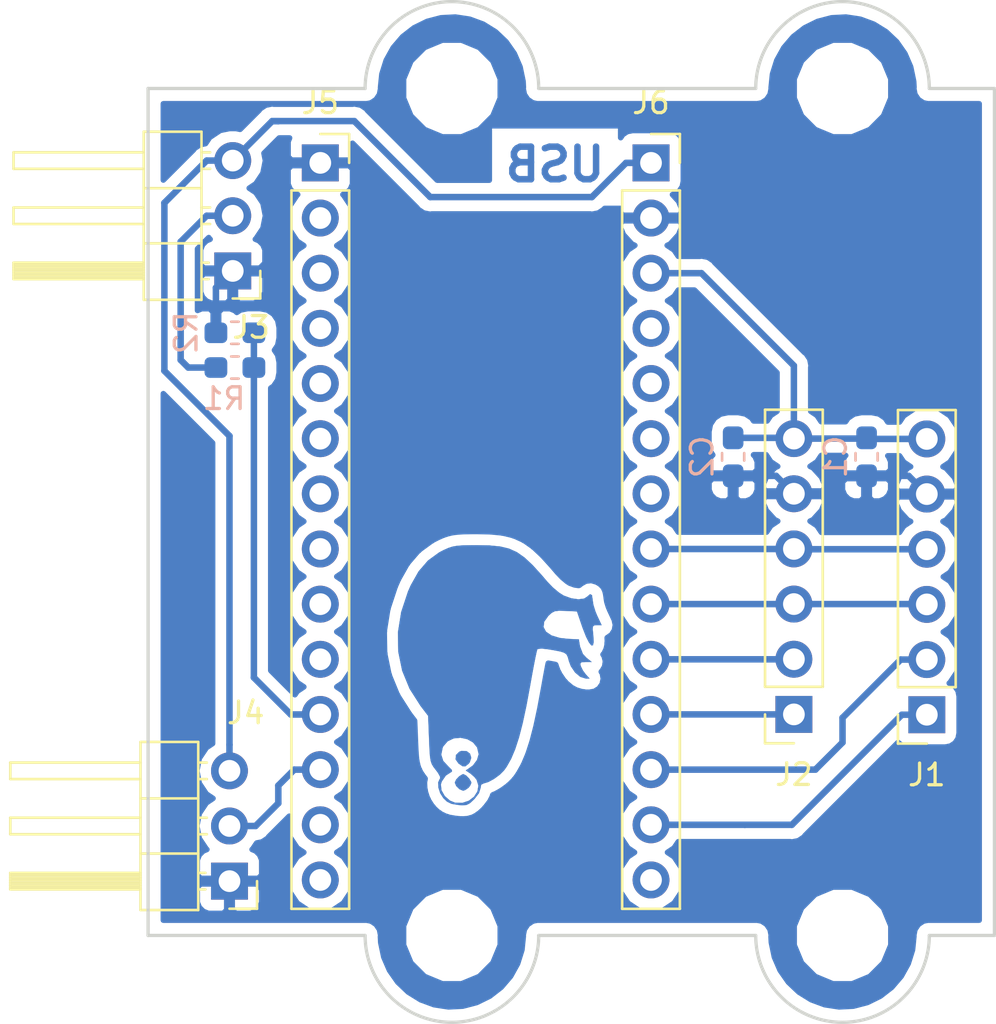
<source format=kicad_pcb>
(kicad_pcb (version 20171130) (host pcbnew 5.0.1-33cea8e~66~ubuntu18.04.1)

  (general
    (thickness 1.6)
    (drawings 13)
    (tracks 86)
    (zones 0)
    (modules 15)
    (nets 29)
  )

  (page A4)
  (layers
    (0 F.Cu signal)
    (31 B.Cu signal)
    (32 B.Adhes user)
    (33 F.Adhes user)
    (34 B.Paste user)
    (35 F.Paste user)
    (36 B.SilkS user)
    (37 F.SilkS user)
    (38 B.Mask user)
    (39 F.Mask user)
    (40 Dwgs.User user)
    (41 Cmts.User user)
    (42 Eco1.User user)
    (43 Eco2.User user)
    (44 Edge.Cuts user)
    (45 Margin user)
    (46 B.CrtYd user)
    (47 F.CrtYd user)
    (48 B.Fab user hide)
    (49 F.Fab user hide)
  )

  (setup
    (last_trace_width 0.3)
    (user_trace_width 0.3)
    (user_trace_width 0.4)
    (user_trace_width 0.5)
    (user_trace_width 0.6)
    (user_trace_width 0.7)
    (user_trace_width 0.8)
    (user_trace_width 0.9)
    (trace_clearance 0.25)
    (zone_clearance 0.5)
    (zone_45_only no)
    (trace_min 0.25)
    (segment_width 0.2)
    (edge_width 0.15)
    (via_size 2)
    (via_drill 1)
    (via_min_size 0.4)
    (via_min_drill 0.3)
    (user_via 1.5 1)
    (uvia_size 0.3)
    (uvia_drill 0.1)
    (uvias_allowed no)
    (uvia_min_size 0.2)
    (uvia_min_drill 0.1)
    (pcb_text_width 0.3)
    (pcb_text_size 1.5 1.5)
    (mod_edge_width 0.15)
    (mod_text_size 1 1)
    (mod_text_width 0.15)
    (pad_size 1.524 1.524)
    (pad_drill 0.762)
    (pad_to_mask_clearance 0.051)
    (solder_mask_min_width 0.25)
    (aux_axis_origin 0 0)
    (visible_elements FFFFFF7F)
    (pcbplotparams
      (layerselection 0x01000_fffffffe)
      (usegerberextensions false)
      (usegerberattributes true)
      (usegerberadvancedattributes false)
      (creategerberjobfile false)
      (excludeedgelayer true)
      (linewidth 0.100000)
      (plotframeref false)
      (viasonmask false)
      (mode 1)
      (useauxorigin false)
      (hpglpennumber 1)
      (hpglpenspeed 20)
      (hpglpendiameter 15.000000)
      (psnegative false)
      (psa4output false)
      (plotreference true)
      (plotvalue true)
      (plotinvisibletext false)
      (padsonsilk false)
      (subtractmaskfromsilk false)
      (outputformat 1)
      (mirror false)
      (drillshape 0)
      (scaleselection 1)
      (outputdirectory "gerbers/"))
  )

  (net 0 "")
  (net 1 /GPIO_0)
  (net 2 /GPIO_1)
  (net 3 +5V)
  (net 4 GND)
  (net 5 /~XSHUT_0)
  (net 6 /~XSHUT_1)
  (net 7 /SDA)
  (net 8 /SCL)
  (net 9 +3V3)
  (net 10 "Net-(J3-Pad2)")
  (net 11 /iBUS-TX)
  (net 12 "Net-(J5-Pad2)")
  (net 13 "Net-(J5-Pad3)")
  (net 14 "Net-(J5-Pad6)")
  (net 15 "Net-(J5-Pad7)")
  (net 16 "Net-(J5-Pad8)")
  (net 17 "Net-(J5-Pad9)")
  (net 18 "Net-(J5-Pad10)")
  (net 19 /iBUS-RX)
  (net 20 "Net-(J5-Pad13)")
  (net 21 "Net-(J5-Pad14)")
  (net 22 "Net-(J6-Pad14)")
  (net 23 "Net-(J6-Pad7)")
  (net 24 "Net-(J6-Pad6)")
  (net 25 "Net-(J6-Pad5)")
  (net 26 "Net-(J6-Pad4)")
  (net 27 "Net-(J5-Pad4)")
  (net 28 "Net-(J5-Pad5)")

  (net_class Default "This is the default net class."
    (clearance 0.25)
    (trace_width 0.25)
    (via_dia 2)
    (via_drill 1)
    (uvia_dia 0.3)
    (uvia_drill 0.1)
    (diff_pair_gap 0.5)
    (diff_pair_width 0.5)
    (add_net +3V3)
    (add_net +5V)
    (add_net /GPIO_0)
    (add_net /GPIO_1)
    (add_net /SCL)
    (add_net /SDA)
    (add_net /iBUS-RX)
    (add_net /iBUS-TX)
    (add_net /~XSHUT_0)
    (add_net /~XSHUT_1)
    (add_net GND)
    (add_net "Net-(J3-Pad2)")
    (add_net "Net-(J5-Pad10)")
    (add_net "Net-(J5-Pad13)")
    (add_net "Net-(J5-Pad14)")
    (add_net "Net-(J5-Pad2)")
    (add_net "Net-(J5-Pad3)")
    (add_net "Net-(J5-Pad4)")
    (add_net "Net-(J5-Pad5)")
    (add_net "Net-(J5-Pad6)")
    (add_net "Net-(J5-Pad7)")
    (add_net "Net-(J5-Pad8)")
    (add_net "Net-(J5-Pad9)")
    (add_net "Net-(J6-Pad14)")
    (add_net "Net-(J6-Pad4)")
    (add_net "Net-(J6-Pad5)")
    (add_net "Net-(J6-Pad6)")
    (add_net "Net-(J6-Pad7)")
  )

  (module MountingHole:MountingHole_3.2mm_M3 (layer F.Cu) (tedit 5BFBDD2F) (tstamp 5C075976)
    (at 58 66)
    (descr "Mounting Hole 3.2mm, no annular, M3")
    (tags "mounting hole 3.2mm no annular m3")
    (attr virtual)
    (fp_text reference REF** (at 0 -4.2) (layer F.SilkS) hide
      (effects (font (size 1 1) (thickness 0.15)))
    )
    (fp_text value MountingHole_3.2mm_M3 (at 0 4.2) (layer F.Fab)
      (effects (font (size 1 1) (thickness 0.15)))
    )
    (fp_text user %R (at 0.3 0) (layer F.Fab)
      (effects (font (size 1 1) (thickness 0.15)))
    )
    (fp_circle (center 0 0) (end 3.2 0) (layer Cmts.User) (width 0.15))
    (fp_circle (center 0 0) (end 3.45 0) (layer F.CrtYd) (width 0.05))
    (pad 1 np_thru_hole circle (at 0 0) (size 3.2 3.2) (drill 3.2) (layers *.Cu *.Mask))
  )

  (module MountingHole:MountingHole_3.2mm_M3 (layer F.Cu) (tedit 5BFBDD2F) (tstamp 5C0753EA)
    (at 58 27)
    (descr "Mounting Hole 3.2mm, no annular, M3")
    (tags "mounting hole 3.2mm no annular m3")
    (attr virtual)
    (fp_text reference REF** (at 0 -4.2) (layer F.SilkS) hide
      (effects (font (size 1 1) (thickness 0.15)))
    )
    (fp_text value MountingHole_3.2mm_M3 (at 0 4.2) (layer F.Fab)
      (effects (font (size 1 1) (thickness 0.15)))
    )
    (fp_circle (center 0 0) (end 3.45 0) (layer F.CrtYd) (width 0.05))
    (fp_circle (center 0 0) (end 3.2 0) (layer Cmts.User) (width 0.15))
    (fp_text user %R (at 0.3 0) (layer F.Fab)
      (effects (font (size 1 1) (thickness 0.15)))
    )
    (pad 1 np_thru_hole circle (at 0 0) (size 3.2 3.2) (drill 3.2) (layers *.Cu *.Mask))
  )

  (module MountingHole:MountingHole_3.2mm_M3 (layer F.Cu) (tedit 5BFBDD2B) (tstamp 5C074BF4)
    (at 76 27)
    (descr "Mounting Hole 3.2mm, no annular, M3")
    (tags "mounting hole 3.2mm no annular m3")
    (attr virtual)
    (fp_text reference REF** (at 0 -4.2) (layer F.SilkS) hide
      (effects (font (size 1 1) (thickness 0.15)))
    )
    (fp_text value MountingHole_3.2mm_M3 (at 0 4.2) (layer F.Fab)
      (effects (font (size 1 1) (thickness 0.15)))
    )
    (fp_text user %R (at 0.3 0) (layer F.Fab)
      (effects (font (size 1 1) (thickness 0.15)))
    )
    (fp_circle (center 0 0) (end 3.2 0) (layer Cmts.User) (width 0.15))
    (fp_circle (center 0 0) (end 3.45 0) (layer F.CrtYd) (width 0.05))
    (pad 1 np_thru_hole circle (at 0 0) (size 3.2 3.2) (drill 3.2) (layers *.Cu *.Mask))
  )

  (module graphics:kiwi (layer F.Cu) (tedit 5BFBD2C6) (tstamp 5C073D19)
    (at 60.25 54 90)
    (fp_text reference G*** (at 0 0 90) (layer F.SilkS) hide
      (effects (font (size 1.524 1.524) (thickness 0.3)))
    )
    (fp_text value LOGO (at 0.75 0 90) (layer F.SilkS) hide
      (effects (font (size 1.524 1.524) (thickness 0.3)))
    )
    (fp_poly (pts (xy -3.693852 -2.064291) (xy -3.542325 -1.914383) (xy -3.504409 -1.813591) (xy -3.509965 -1.575994)
      (xy -3.630403 -1.41603) (xy -3.819581 -1.358933) (xy -4.03136 -1.429937) (xy -4.100286 -1.487715)
      (xy -4.212314 -1.631567) (xy -4.205969 -1.764741) (xy -4.079911 -1.94871) (xy -3.890351 -2.079796)
      (xy -3.693852 -2.064291)) (layer B.Cu) (width 0.01))
    (fp_poly (pts (xy -4.818523 -2.053158) (xy -4.667994 -1.909407) (xy -4.577302 -1.755582) (xy -4.572 -1.720956)
      (xy -4.63549 -1.59377) (xy -4.778999 -1.452948) (xy -4.932091 -1.362543) (xy -4.974786 -1.354667)
      (xy -5.10451 -1.40929) (xy -5.200953 -1.487715) (xy -5.308906 -1.643614) (xy -5.334 -1.735667)
      (xy -5.268279 -1.899506) (xy -5.119133 -2.050966) (xy -4.960075 -2.116667) (xy -4.818523 -2.053158)) (layer B.Cu) (width 0.01))
    (fp_poly (pts (xy 2.887919 -4.58736) (xy 3.833817 -4.274527) (xy 4.117897 -4.149723) (xy 4.761726 -3.786098)
      (xy 5.263271 -3.352963) (xy 5.641455 -2.832624) (xy 5.749105 -2.624667) (xy 5.842579 -2.412133)
      (xy 5.905184 -2.216286) (xy 5.942999 -1.994992) (xy 5.962106 -1.706112) (xy 5.968583 -1.307512)
      (xy 5.969 -1.100667) (xy 5.956755 -0.509509) (xy 5.909333 -0.024578) (xy 5.810705 0.385255)
      (xy 5.644844 0.751121) (xy 5.395719 1.10415) (xy 5.047301 1.475471) (xy 4.583563 1.896215)
      (xy 4.302718 2.135456) (xy 4.02436 2.401906) (xy 3.783992 2.688996) (xy 3.64937 2.90302)
      (xy 3.523194 3.251007) (xy 3.476915 3.580932) (xy 3.512718 3.846732) (xy 3.598333 3.979333)
      (xy 3.714614 4.117107) (xy 3.670273 4.202538) (xy 3.466241 4.234024) (xy 3.450167 4.23416)
      (xy 3.217125 4.270896) (xy 2.917622 4.364176) (xy 2.7305 4.441932) (xy 2.286 4.648876)
      (xy 2.286 4.429447) (xy 2.277846 4.305307) (xy 2.225923 4.246079) (xy 2.089037 4.237194)
      (xy 1.825998 4.264083) (xy 1.820333 4.264749) (xy 1.514506 4.282497) (xy 1.361604 4.250446)
      (xy 1.355241 4.176196) (xy 1.489036 4.067347) (xy 1.756602 3.931499) (xy 2.151557 3.776252)
      (xy 2.263331 3.737379) (xy 2.921 3.513666) (xy 2.946269 2.982089) (xy 2.953571 2.68129)
      (xy 2.927955 2.488641) (xy 2.851626 2.343637) (xy 2.714247 2.193221) (xy 2.446932 2.002804)
      (xy 2.19954 1.970999) (xy 1.984188 2.087266) (xy 1.812992 2.341062) (xy 1.698071 2.721848)
      (xy 1.654605 3.115035) (xy 1.6332 3.598333) (xy 1.308198 3.651171) (xy 0.962159 3.785425)
      (xy 0.788352 3.947504) (xy 0.593508 4.191) (xy 0.593087 3.910127) (xy 0.579886 3.722971)
      (xy 0.518368 3.664741) (xy 0.402167 3.687025) (xy 0.197207 3.787971) (xy 0.021167 3.919156)
      (xy -0.169333 4.093517) (xy -0.169333 3.915921) (xy -0.092981 3.666871) (xy 0.108837 3.425469)
      (xy 0.395265 3.231145) (xy 0.632423 3.142147) (xy 0.814137 3.093428) (xy 0.935376 3.034764)
      (xy 1.015647 2.932372) (xy 1.07446 2.752469) (xy 1.131324 2.461271) (xy 1.175594 2.201541)
      (xy 1.212082 1.886404) (xy 1.192707 1.711178) (xy 1.171301 1.68466) (xy 1.06511 1.6545)
      (xy 0.819487 1.601391) (xy 0.46194 1.530762) (xy 0.019976 1.448042) (xy -0.478898 1.35866)
      (xy -0.493117 1.356167) (xy -1.435837 1.181097) (xy -2.227053 1.011267) (xy -2.884263 0.841284)
      (xy -3.424961 0.665755) (xy -3.866645 0.479289) (xy -4.22681 0.276494) (xy -4.402667 0.151269)
      (xy -4.598961 -0.044831) (xy -4.787785 -0.303076) (xy -4.932019 -0.564894) (xy -4.99454 -0.771715)
      (xy -4.9949 -0.783167) (xy -5.056784 -0.901362) (xy -5.215467 -0.931334) (xy -5.446367 -1.004309)
      (xy -5.713063 -1.20913) (xy -5.734037 -1.22977) (xy -5.909949 -1.420236) (xy -5.991494 -1.578368)
      (xy -6.004413 -1.769976) (xy -5.897187 -1.769976) (xy -5.796292 -1.466808) (xy -5.610837 -1.227233)
      (xy -5.369574 -1.073315) (xy -5.101252 -1.027117) (xy -4.834623 -1.110705) (xy -4.707659 -1.211311)
      (xy -4.552999 -1.38592) (xy -4.457508 -1.528811) (xy -4.402415 -1.608665) (xy -4.347826 -1.528811)
      (xy -4.170052 -1.278897) (xy -3.918274 -1.092203) (xy -3.656995 -1.016081) (xy -3.649237 -1.016)
      (xy -3.343607 -1.087415) (xy -3.111692 -1.276258) (xy -2.960248 -1.544425) (xy -2.896026 -1.853814)
      (xy -2.92578 -2.166321) (xy -3.056263 -2.443845) (xy -3.294229 -2.648281) (xy -3.354869 -2.676859)
      (xy -3.67612 -2.742478) (xy -3.965173 -2.649251) (xy -4.233704 -2.398157) (xy -4.375884 -2.255616)
      (xy -4.457015 -2.251147) (xy -4.463167 -2.263701) (xy -4.63797 -2.530318) (xy -4.909691 -2.717244)
      (xy -5.043423 -2.758913) (xy -5.3137 -2.733042) (xy -5.578915 -2.582122) (xy -5.789138 -2.344387)
      (xy -5.884772 -2.114672) (xy -5.897187 -1.769976) (xy -6.004413 -1.769976) (xy -6.005088 -1.779973)
      (xy -5.990448 -1.965575) (xy -5.93991 -2.267824) (xy -5.836931 -2.477868) (xy -5.682209 -2.640805)
      (xy -5.452173 -2.787857) (xy -5.191512 -2.871675) (xy -4.954943 -2.882931) (xy -4.797185 -2.812292)
      (xy -4.783677 -2.794018) (xy -4.693683 -2.792826) (xy -4.518465 -2.888708) (xy -4.389159 -2.984518)
      (xy -4.242416 -3.098042) (xy -4.110832 -3.1764) (xy -3.958119 -3.2277) (xy -3.747985 -3.260053)
      (xy -3.44414 -3.281568) (xy -3.010294 -3.300355) (xy -2.968435 -3.302) (xy -1.889913 -3.344334)
      (xy -1.43179 -3.694711) (xy -0.642518 -4.199174) (xy 0.190098 -4.541164) (xy 1.060049 -4.720186)
      (xy 1.961326 -4.735749) (xy 2.887919 -4.58736)) (layer B.Cu) (width 0.01))
  )

  (module Capacitor_SMD:C_0603_1608Metric_Pad1.05x0.95mm_HandSolder (layer B.Cu) (tedit 5B301BBE) (tstamp 5C071316)
    (at 77.109414 43.96136 270)
    (descr "Capacitor SMD 0603 (1608 Metric), square (rectangular) end terminal, IPC_7351 nominal with elongated pad for handsoldering. (Body size source: http://www.tortai-tech.com/upload/download/2011102023233369053.pdf), generated with kicad-footprint-generator")
    (tags "capacitor handsolder")
    (path /5BE04B26)
    (attr smd)
    (fp_text reference C1 (at 0 1.43 270) (layer B.SilkS)
      (effects (font (size 1 1) (thickness 0.15)) (justify mirror))
    )
    (fp_text value C_Small (at 0 -1.43 270) (layer B.Fab)
      (effects (font (size 1 1) (thickness 0.15)) (justify mirror))
    )
    (fp_line (start -0.8 -0.4) (end -0.8 0.4) (layer B.Fab) (width 0.1))
    (fp_line (start -0.8 0.4) (end 0.8 0.4) (layer B.Fab) (width 0.1))
    (fp_line (start 0.8 0.4) (end 0.8 -0.4) (layer B.Fab) (width 0.1))
    (fp_line (start 0.8 -0.4) (end -0.8 -0.4) (layer B.Fab) (width 0.1))
    (fp_line (start -0.171267 0.51) (end 0.171267 0.51) (layer B.SilkS) (width 0.12))
    (fp_line (start -0.171267 -0.51) (end 0.171267 -0.51) (layer B.SilkS) (width 0.12))
    (fp_line (start -1.65 -0.73) (end -1.65 0.73) (layer B.CrtYd) (width 0.05))
    (fp_line (start -1.65 0.73) (end 1.65 0.73) (layer B.CrtYd) (width 0.05))
    (fp_line (start 1.65 0.73) (end 1.65 -0.73) (layer B.CrtYd) (width 0.05))
    (fp_line (start 1.65 -0.73) (end -1.65 -0.73) (layer B.CrtYd) (width 0.05))
    (fp_text user %R (at 0 0 270) (layer B.Fab)
      (effects (font (size 0.4 0.4) (thickness 0.06)) (justify mirror))
    )
    (pad 1 smd roundrect (at -0.875 0 270) (size 1.05 0.95) (layers B.Cu B.Paste B.Mask) (roundrect_rratio 0.25)
      (net 9 +3V3))
    (pad 2 smd roundrect (at 0.875 0 270) (size 1.05 0.95) (layers B.Cu B.Paste B.Mask) (roundrect_rratio 0.25)
      (net 4 GND))
    (model ${KISYS3DMOD}/Capacitor_SMD.3dshapes/C_0603_1608Metric.wrl
      (at (xyz 0 0 0))
      (scale (xyz 1 1 1))
      (rotate (xyz 0 0 0))
    )
  )

  (module Capacitor_SMD:C_0603_1608Metric_Pad1.05x0.95mm_HandSolder (layer B.Cu) (tedit 5B301BBE) (tstamp 5C0712E6)
    (at 70.959414 43.96136 270)
    (descr "Capacitor SMD 0603 (1608 Metric), square (rectangular) end terminal, IPC_7351 nominal with elongated pad for handsoldering. (Body size source: http://www.tortai-tech.com/upload/download/2011102023233369053.pdf), generated with kicad-footprint-generator")
    (tags "capacitor handsolder")
    (path /5BE02A6F)
    (attr smd)
    (fp_text reference C2 (at 0 1.43 270) (layer B.SilkS)
      (effects (font (size 1 1) (thickness 0.15)) (justify mirror))
    )
    (fp_text value C_Small (at 0 -1.43 270) (layer B.Fab)
      (effects (font (size 1 1) (thickness 0.15)) (justify mirror))
    )
    (fp_text user %R (at 0 0 270) (layer B.Fab)
      (effects (font (size 0.4 0.4) (thickness 0.06)) (justify mirror))
    )
    (fp_line (start 1.65 -0.73) (end -1.65 -0.73) (layer B.CrtYd) (width 0.05))
    (fp_line (start 1.65 0.73) (end 1.65 -0.73) (layer B.CrtYd) (width 0.05))
    (fp_line (start -1.65 0.73) (end 1.65 0.73) (layer B.CrtYd) (width 0.05))
    (fp_line (start -1.65 -0.73) (end -1.65 0.73) (layer B.CrtYd) (width 0.05))
    (fp_line (start -0.171267 -0.51) (end 0.171267 -0.51) (layer B.SilkS) (width 0.12))
    (fp_line (start -0.171267 0.51) (end 0.171267 0.51) (layer B.SilkS) (width 0.12))
    (fp_line (start 0.8 -0.4) (end -0.8 -0.4) (layer B.Fab) (width 0.1))
    (fp_line (start 0.8 0.4) (end 0.8 -0.4) (layer B.Fab) (width 0.1))
    (fp_line (start -0.8 0.4) (end 0.8 0.4) (layer B.Fab) (width 0.1))
    (fp_line (start -0.8 -0.4) (end -0.8 0.4) (layer B.Fab) (width 0.1))
    (pad 2 smd roundrect (at 0.875 0 270) (size 1.05 0.95) (layers B.Cu B.Paste B.Mask) (roundrect_rratio 0.25)
      (net 4 GND))
    (pad 1 smd roundrect (at -0.875 0 270) (size 1.05 0.95) (layers B.Cu B.Paste B.Mask) (roundrect_rratio 0.25)
      (net 9 +3V3))
    (model ${KISYS3DMOD}/Capacitor_SMD.3dshapes/C_0603_1608Metric.wrl
      (at (xyz 0 0 0))
      (scale (xyz 1 1 1))
      (rotate (xyz 0 0 0))
    )
  )

  (module Connector_PinSocket_2.54mm:PinSocket_1x06_P2.54mm_Vertical (layer F.Cu) (tedit 5A19A430) (tstamp 5C071280)
    (at 79.884413 55.836359 180)
    (descr "Through hole straight socket strip, 1x06, 2.54mm pitch, single row (from Kicad 4.0.7), script generated")
    (tags "Through hole socket strip THT 1x06 2.54mm single row")
    (path /5BE0474F)
    (fp_text reference J1 (at 0 -2.77 180) (layer F.SilkS)
      (effects (font (size 1 1) (thickness 0.15)))
    )
    (fp_text value Sensor0 (at 0 15.47 180) (layer F.Fab)
      (effects (font (size 1 1) (thickness 0.15)))
    )
    (fp_line (start -1.27 -1.27) (end 0.635 -1.27) (layer F.Fab) (width 0.1))
    (fp_line (start 0.635 -1.27) (end 1.27 -0.635) (layer F.Fab) (width 0.1))
    (fp_line (start 1.27 -0.635) (end 1.27 13.97) (layer F.Fab) (width 0.1))
    (fp_line (start 1.27 13.97) (end -1.27 13.97) (layer F.Fab) (width 0.1))
    (fp_line (start -1.27 13.97) (end -1.27 -1.27) (layer F.Fab) (width 0.1))
    (fp_line (start -1.33 1.27) (end 1.33 1.27) (layer F.SilkS) (width 0.12))
    (fp_line (start -1.33 1.27) (end -1.33 14.03) (layer F.SilkS) (width 0.12))
    (fp_line (start -1.33 14.03) (end 1.33 14.03) (layer F.SilkS) (width 0.12))
    (fp_line (start 1.33 1.27) (end 1.33 14.03) (layer F.SilkS) (width 0.12))
    (fp_line (start 1.33 -1.33) (end 1.33 0) (layer F.SilkS) (width 0.12))
    (fp_line (start 0 -1.33) (end 1.33 -1.33) (layer F.SilkS) (width 0.12))
    (fp_line (start -1.8 -1.8) (end 1.75 -1.8) (layer F.CrtYd) (width 0.05))
    (fp_line (start 1.75 -1.8) (end 1.75 14.45) (layer F.CrtYd) (width 0.05))
    (fp_line (start 1.75 14.45) (end -1.8 14.45) (layer F.CrtYd) (width 0.05))
    (fp_line (start -1.8 14.45) (end -1.8 -1.8) (layer F.CrtYd) (width 0.05))
    (fp_text user %R (at 0 6.35 270) (layer F.Fab)
      (effects (font (size 1 1) (thickness 0.15)))
    )
    (pad 1 thru_hole rect (at 0 0 180) (size 1.7 1.7) (drill 1) (layers *.Cu *.Mask)
      (net 5 /~XSHUT_0))
    (pad 2 thru_hole oval (at 0 2.54 180) (size 1.7 1.7) (drill 1) (layers *.Cu *.Mask)
      (net 1 /GPIO_0))
    (pad 3 thru_hole oval (at 0 5.08 180) (size 1.7 1.7) (drill 1) (layers *.Cu *.Mask)
      (net 7 /SDA))
    (pad 4 thru_hole oval (at 0 7.62 180) (size 1.7 1.7) (drill 1) (layers *.Cu *.Mask)
      (net 8 /SCL))
    (pad 5 thru_hole oval (at 0 10.16 180) (size 1.7 1.7) (drill 1) (layers *.Cu *.Mask)
      (net 4 GND))
    (pad 6 thru_hole oval (at 0 12.7 180) (size 1.7 1.7) (drill 1) (layers *.Cu *.Mask)
      (net 9 +3V3))
  )

  (module Connector_PinSocket_2.54mm:PinSocket_1x06_P2.54mm_Vertical (layer F.Cu) (tedit 5A19A430) (tstamp 5C071232)
    (at 73.759414 55.82136 180)
    (descr "Through hole straight socket strip, 1x06, 2.54mm pitch, single row (from Kicad 4.0.7), script generated")
    (tags "Through hole socket strip THT 1x06 2.54mm single row")
    (path /5BE02A55)
    (fp_text reference J2 (at 0 -2.77 180) (layer F.SilkS)
      (effects (font (size 1 1) (thickness 0.15)))
    )
    (fp_text value Sensor1 (at 0 15.47 180) (layer F.Fab)
      (effects (font (size 1 1) (thickness 0.15)))
    )
    (fp_text user %R (at 0 6.35 270) (layer F.Fab)
      (effects (font (size 1 1) (thickness 0.15)))
    )
    (fp_line (start -1.8 14.45) (end -1.8 -1.8) (layer F.CrtYd) (width 0.05))
    (fp_line (start 1.75 14.45) (end -1.8 14.45) (layer F.CrtYd) (width 0.05))
    (fp_line (start 1.75 -1.8) (end 1.75 14.45) (layer F.CrtYd) (width 0.05))
    (fp_line (start -1.8 -1.8) (end 1.75 -1.8) (layer F.CrtYd) (width 0.05))
    (fp_line (start 0 -1.33) (end 1.33 -1.33) (layer F.SilkS) (width 0.12))
    (fp_line (start 1.33 -1.33) (end 1.33 0) (layer F.SilkS) (width 0.12))
    (fp_line (start 1.33 1.27) (end 1.33 14.03) (layer F.SilkS) (width 0.12))
    (fp_line (start -1.33 14.03) (end 1.33 14.03) (layer F.SilkS) (width 0.12))
    (fp_line (start -1.33 1.27) (end -1.33 14.03) (layer F.SilkS) (width 0.12))
    (fp_line (start -1.33 1.27) (end 1.33 1.27) (layer F.SilkS) (width 0.12))
    (fp_line (start -1.27 13.97) (end -1.27 -1.27) (layer F.Fab) (width 0.1))
    (fp_line (start 1.27 13.97) (end -1.27 13.97) (layer F.Fab) (width 0.1))
    (fp_line (start 1.27 -0.635) (end 1.27 13.97) (layer F.Fab) (width 0.1))
    (fp_line (start 0.635 -1.27) (end 1.27 -0.635) (layer F.Fab) (width 0.1))
    (fp_line (start -1.27 -1.27) (end 0.635 -1.27) (layer F.Fab) (width 0.1))
    (pad 6 thru_hole oval (at 0 12.7 180) (size 1.7 1.7) (drill 1) (layers *.Cu *.Mask)
      (net 9 +3V3))
    (pad 5 thru_hole oval (at 0 10.16 180) (size 1.7 1.7) (drill 1) (layers *.Cu *.Mask)
      (net 4 GND))
    (pad 4 thru_hole oval (at 0 7.62 180) (size 1.7 1.7) (drill 1) (layers *.Cu *.Mask)
      (net 8 /SCL))
    (pad 3 thru_hole oval (at 0 5.08 180) (size 1.7 1.7) (drill 1) (layers *.Cu *.Mask)
      (net 7 /SDA))
    (pad 2 thru_hole oval (at 0 2.54 180) (size 1.7 1.7) (drill 1) (layers *.Cu *.Mask)
      (net 2 /GPIO_1))
    (pad 1 thru_hole rect (at 0 0 180) (size 1.7 1.7) (drill 1) (layers *.Cu *.Mask)
      (net 6 /~XSHUT_1))
  )

  (module Connector_PinHeader_2.54mm:PinHeader_1x03_P2.54mm_Horizontal (layer F.Cu) (tedit 59FED5CB) (tstamp 5C070639)
    (at 47.9 35.4 180)
    (descr "Through hole angled pin header, 1x03, 2.54mm pitch, 6mm pin length, single row")
    (tags "Through hole angled pin header THT 1x03 2.54mm single row")
    (path /5BFC6294)
    (fp_text reference J3 (at -0.85 -2.6 180) (layer F.SilkS)
      (effects (font (size 1 1) (thickness 0.15)))
    )
    (fp_text value iBUS-RX (at 4.385 7.35 180) (layer F.Fab)
      (effects (font (size 1 1) (thickness 0.15)))
    )
    (fp_text user %R (at 2.77 2.54 270) (layer F.Fab)
      (effects (font (size 1 1) (thickness 0.15)))
    )
    (fp_line (start 10.55 -1.8) (end -1.8 -1.8) (layer F.CrtYd) (width 0.05))
    (fp_line (start 10.55 6.85) (end 10.55 -1.8) (layer F.CrtYd) (width 0.05))
    (fp_line (start -1.8 6.85) (end 10.55 6.85) (layer F.CrtYd) (width 0.05))
    (fp_line (start -1.8 -1.8) (end -1.8 6.85) (layer F.CrtYd) (width 0.05))
    (fp_line (start -1.27 -1.27) (end 0 -1.27) (layer F.SilkS) (width 0.12))
    (fp_line (start -1.27 0) (end -1.27 -1.27) (layer F.SilkS) (width 0.12))
    (fp_line (start 1.042929 5.46) (end 1.44 5.46) (layer F.SilkS) (width 0.12))
    (fp_line (start 1.042929 4.7) (end 1.44 4.7) (layer F.SilkS) (width 0.12))
    (fp_line (start 10.1 5.46) (end 4.1 5.46) (layer F.SilkS) (width 0.12))
    (fp_line (start 10.1 4.7) (end 10.1 5.46) (layer F.SilkS) (width 0.12))
    (fp_line (start 4.1 4.7) (end 10.1 4.7) (layer F.SilkS) (width 0.12))
    (fp_line (start 1.44 3.81) (end 4.1 3.81) (layer F.SilkS) (width 0.12))
    (fp_line (start 1.042929 2.92) (end 1.44 2.92) (layer F.SilkS) (width 0.12))
    (fp_line (start 1.042929 2.16) (end 1.44 2.16) (layer F.SilkS) (width 0.12))
    (fp_line (start 10.1 2.92) (end 4.1 2.92) (layer F.SilkS) (width 0.12))
    (fp_line (start 10.1 2.16) (end 10.1 2.92) (layer F.SilkS) (width 0.12))
    (fp_line (start 4.1 2.16) (end 10.1 2.16) (layer F.SilkS) (width 0.12))
    (fp_line (start 1.44 1.27) (end 4.1 1.27) (layer F.SilkS) (width 0.12))
    (fp_line (start 1.11 0.38) (end 1.44 0.38) (layer F.SilkS) (width 0.12))
    (fp_line (start 1.11 -0.38) (end 1.44 -0.38) (layer F.SilkS) (width 0.12))
    (fp_line (start 4.1 0.28) (end 10.1 0.28) (layer F.SilkS) (width 0.12))
    (fp_line (start 4.1 0.16) (end 10.1 0.16) (layer F.SilkS) (width 0.12))
    (fp_line (start 4.1 0.04) (end 10.1 0.04) (layer F.SilkS) (width 0.12))
    (fp_line (start 4.1 -0.08) (end 10.1 -0.08) (layer F.SilkS) (width 0.12))
    (fp_line (start 4.1 -0.2) (end 10.1 -0.2) (layer F.SilkS) (width 0.12))
    (fp_line (start 4.1 -0.32) (end 10.1 -0.32) (layer F.SilkS) (width 0.12))
    (fp_line (start 10.1 0.38) (end 4.1 0.38) (layer F.SilkS) (width 0.12))
    (fp_line (start 10.1 -0.38) (end 10.1 0.38) (layer F.SilkS) (width 0.12))
    (fp_line (start 4.1 -0.38) (end 10.1 -0.38) (layer F.SilkS) (width 0.12))
    (fp_line (start 4.1 -1.33) (end 1.44 -1.33) (layer F.SilkS) (width 0.12))
    (fp_line (start 4.1 6.41) (end 4.1 -1.33) (layer F.SilkS) (width 0.12))
    (fp_line (start 1.44 6.41) (end 4.1 6.41) (layer F.SilkS) (width 0.12))
    (fp_line (start 1.44 -1.33) (end 1.44 6.41) (layer F.SilkS) (width 0.12))
    (fp_line (start 4.04 5.4) (end 10.04 5.4) (layer F.Fab) (width 0.1))
    (fp_line (start 10.04 4.76) (end 10.04 5.4) (layer F.Fab) (width 0.1))
    (fp_line (start 4.04 4.76) (end 10.04 4.76) (layer F.Fab) (width 0.1))
    (fp_line (start -0.32 5.4) (end 1.5 5.4) (layer F.Fab) (width 0.1))
    (fp_line (start -0.32 4.76) (end -0.32 5.4) (layer F.Fab) (width 0.1))
    (fp_line (start -0.32 4.76) (end 1.5 4.76) (layer F.Fab) (width 0.1))
    (fp_line (start 4.04 2.86) (end 10.04 2.86) (layer F.Fab) (width 0.1))
    (fp_line (start 10.04 2.22) (end 10.04 2.86) (layer F.Fab) (width 0.1))
    (fp_line (start 4.04 2.22) (end 10.04 2.22) (layer F.Fab) (width 0.1))
    (fp_line (start -0.32 2.86) (end 1.5 2.86) (layer F.Fab) (width 0.1))
    (fp_line (start -0.32 2.22) (end -0.32 2.86) (layer F.Fab) (width 0.1))
    (fp_line (start -0.32 2.22) (end 1.5 2.22) (layer F.Fab) (width 0.1))
    (fp_line (start 4.04 0.32) (end 10.04 0.32) (layer F.Fab) (width 0.1))
    (fp_line (start 10.04 -0.32) (end 10.04 0.32) (layer F.Fab) (width 0.1))
    (fp_line (start 4.04 -0.32) (end 10.04 -0.32) (layer F.Fab) (width 0.1))
    (fp_line (start -0.32 0.32) (end 1.5 0.32) (layer F.Fab) (width 0.1))
    (fp_line (start -0.32 -0.32) (end -0.32 0.32) (layer F.Fab) (width 0.1))
    (fp_line (start -0.32 -0.32) (end 1.5 -0.32) (layer F.Fab) (width 0.1))
    (fp_line (start 1.5 -0.635) (end 2.135 -1.27) (layer F.Fab) (width 0.1))
    (fp_line (start 1.5 6.35) (end 1.5 -0.635) (layer F.Fab) (width 0.1))
    (fp_line (start 4.04 6.35) (end 1.5 6.35) (layer F.Fab) (width 0.1))
    (fp_line (start 4.04 -1.27) (end 4.04 6.35) (layer F.Fab) (width 0.1))
    (fp_line (start 2.135 -1.27) (end 4.04 -1.27) (layer F.Fab) (width 0.1))
    (pad 3 thru_hole oval (at 0 5.08 180) (size 1.7 1.7) (drill 1) (layers *.Cu *.Mask)
      (net 3 +5V))
    (pad 2 thru_hole oval (at 0 2.54 180) (size 1.7 1.7) (drill 1) (layers *.Cu *.Mask)
      (net 10 "Net-(J3-Pad2)"))
    (pad 1 thru_hole rect (at 0 0 180) (size 1.7 1.7) (drill 1) (layers *.Cu *.Mask)
      (net 4 GND))
    (model ${KISYS3DMOD}/Connector_PinHeader_2.54mm.3dshapes/PinHeader_1x03_P2.54mm_Horizontal.wrl
      (at (xyz 0 0 0))
      (scale (xyz 1 1 1))
      (rotate (xyz 0 0 0))
    )
  )

  (module Connector_PinHeader_2.54mm:PinHeader_1x03_P2.54mm_Horizontal (layer F.Cu) (tedit 59FED5CB) (tstamp 5C07165C)
    (at 47.75 63.5 180)
    (descr "Through hole angled pin header, 1x03, 2.54mm pitch, 6mm pin length, single row")
    (tags "Through hole angled pin header THT 1x03 2.54mm single row")
    (path /5BFC2259)
    (fp_text reference J4 (at -0.75 7.75 180) (layer F.SilkS)
      (effects (font (size 1 1) (thickness 0.15)))
    )
    (fp_text value iBUS-TX (at 4.385 7.35 180) (layer F.Fab)
      (effects (font (size 1 1) (thickness 0.15)))
    )
    (fp_line (start 2.135 -1.27) (end 4.04 -1.27) (layer F.Fab) (width 0.1))
    (fp_line (start 4.04 -1.27) (end 4.04 6.35) (layer F.Fab) (width 0.1))
    (fp_line (start 4.04 6.35) (end 1.5 6.35) (layer F.Fab) (width 0.1))
    (fp_line (start 1.5 6.35) (end 1.5 -0.635) (layer F.Fab) (width 0.1))
    (fp_line (start 1.5 -0.635) (end 2.135 -1.27) (layer F.Fab) (width 0.1))
    (fp_line (start -0.32 -0.32) (end 1.5 -0.32) (layer F.Fab) (width 0.1))
    (fp_line (start -0.32 -0.32) (end -0.32 0.32) (layer F.Fab) (width 0.1))
    (fp_line (start -0.32 0.32) (end 1.5 0.32) (layer F.Fab) (width 0.1))
    (fp_line (start 4.04 -0.32) (end 10.04 -0.32) (layer F.Fab) (width 0.1))
    (fp_line (start 10.04 -0.32) (end 10.04 0.32) (layer F.Fab) (width 0.1))
    (fp_line (start 4.04 0.32) (end 10.04 0.32) (layer F.Fab) (width 0.1))
    (fp_line (start -0.32 2.22) (end 1.5 2.22) (layer F.Fab) (width 0.1))
    (fp_line (start -0.32 2.22) (end -0.32 2.86) (layer F.Fab) (width 0.1))
    (fp_line (start -0.32 2.86) (end 1.5 2.86) (layer F.Fab) (width 0.1))
    (fp_line (start 4.04 2.22) (end 10.04 2.22) (layer F.Fab) (width 0.1))
    (fp_line (start 10.04 2.22) (end 10.04 2.86) (layer F.Fab) (width 0.1))
    (fp_line (start 4.04 2.86) (end 10.04 2.86) (layer F.Fab) (width 0.1))
    (fp_line (start -0.32 4.76) (end 1.5 4.76) (layer F.Fab) (width 0.1))
    (fp_line (start -0.32 4.76) (end -0.32 5.4) (layer F.Fab) (width 0.1))
    (fp_line (start -0.32 5.4) (end 1.5 5.4) (layer F.Fab) (width 0.1))
    (fp_line (start 4.04 4.76) (end 10.04 4.76) (layer F.Fab) (width 0.1))
    (fp_line (start 10.04 4.76) (end 10.04 5.4) (layer F.Fab) (width 0.1))
    (fp_line (start 4.04 5.4) (end 10.04 5.4) (layer F.Fab) (width 0.1))
    (fp_line (start 1.44 -1.33) (end 1.44 6.41) (layer F.SilkS) (width 0.12))
    (fp_line (start 1.44 6.41) (end 4.1 6.41) (layer F.SilkS) (width 0.12))
    (fp_line (start 4.1 6.41) (end 4.1 -1.33) (layer F.SilkS) (width 0.12))
    (fp_line (start 4.1 -1.33) (end 1.44 -1.33) (layer F.SilkS) (width 0.12))
    (fp_line (start 4.1 -0.38) (end 10.1 -0.38) (layer F.SilkS) (width 0.12))
    (fp_line (start 10.1 -0.38) (end 10.1 0.38) (layer F.SilkS) (width 0.12))
    (fp_line (start 10.1 0.38) (end 4.1 0.38) (layer F.SilkS) (width 0.12))
    (fp_line (start 4.1 -0.32) (end 10.1 -0.32) (layer F.SilkS) (width 0.12))
    (fp_line (start 4.1 -0.2) (end 10.1 -0.2) (layer F.SilkS) (width 0.12))
    (fp_line (start 4.1 -0.08) (end 10.1 -0.08) (layer F.SilkS) (width 0.12))
    (fp_line (start 4.1 0.04) (end 10.1 0.04) (layer F.SilkS) (width 0.12))
    (fp_line (start 4.1 0.16) (end 10.1 0.16) (layer F.SilkS) (width 0.12))
    (fp_line (start 4.1 0.28) (end 10.1 0.28) (layer F.SilkS) (width 0.12))
    (fp_line (start 1.11 -0.38) (end 1.44 -0.38) (layer F.SilkS) (width 0.12))
    (fp_line (start 1.11 0.38) (end 1.44 0.38) (layer F.SilkS) (width 0.12))
    (fp_line (start 1.44 1.27) (end 4.1 1.27) (layer F.SilkS) (width 0.12))
    (fp_line (start 4.1 2.16) (end 10.1 2.16) (layer F.SilkS) (width 0.12))
    (fp_line (start 10.1 2.16) (end 10.1 2.92) (layer F.SilkS) (width 0.12))
    (fp_line (start 10.1 2.92) (end 4.1 2.92) (layer F.SilkS) (width 0.12))
    (fp_line (start 1.042929 2.16) (end 1.44 2.16) (layer F.SilkS) (width 0.12))
    (fp_line (start 1.042929 2.92) (end 1.44 2.92) (layer F.SilkS) (width 0.12))
    (fp_line (start 1.44 3.81) (end 4.1 3.81) (layer F.SilkS) (width 0.12))
    (fp_line (start 4.1 4.7) (end 10.1 4.7) (layer F.SilkS) (width 0.12))
    (fp_line (start 10.1 4.7) (end 10.1 5.46) (layer F.SilkS) (width 0.12))
    (fp_line (start 10.1 5.46) (end 4.1 5.46) (layer F.SilkS) (width 0.12))
    (fp_line (start 1.042929 4.7) (end 1.44 4.7) (layer F.SilkS) (width 0.12))
    (fp_line (start 1.042929 5.46) (end 1.44 5.46) (layer F.SilkS) (width 0.12))
    (fp_line (start -1.27 0) (end -1.27 -1.27) (layer F.SilkS) (width 0.12))
    (fp_line (start -1.27 -1.27) (end 0 -1.27) (layer F.SilkS) (width 0.12))
    (fp_line (start -1.8 -1.8) (end -1.8 6.85) (layer F.CrtYd) (width 0.05))
    (fp_line (start -1.8 6.85) (end 10.55 6.85) (layer F.CrtYd) (width 0.05))
    (fp_line (start 10.55 6.85) (end 10.55 -1.8) (layer F.CrtYd) (width 0.05))
    (fp_line (start 10.55 -1.8) (end -1.8 -1.8) (layer F.CrtYd) (width 0.05))
    (fp_text user %R (at 2.77 2.54 270) (layer F.Fab)
      (effects (font (size 1 1) (thickness 0.15)))
    )
    (pad 1 thru_hole rect (at 0 0 180) (size 1.7 1.7) (drill 1) (layers *.Cu *.Mask)
      (net 4 GND))
    (pad 2 thru_hole oval (at 0 2.54 180) (size 1.7 1.7) (drill 1) (layers *.Cu *.Mask)
      (net 11 /iBUS-TX))
    (pad 3 thru_hole oval (at 0 5.08 180) (size 1.7 1.7) (drill 1) (layers *.Cu *.Mask)
      (net 3 +5V))
    (model ${KISYS3DMOD}/Connector_PinHeader_2.54mm.3dshapes/PinHeader_1x03_P2.54mm_Horizontal.wrl
      (at (xyz 0 0 0))
      (scale (xyz 1 1 1))
      (rotate (xyz 0 0 0))
    )
  )

  (module Resistor_SMD:R_0603_1608Metric_Pad1.05x0.95mm_HandSolder (layer B.Cu) (tedit 5B301BBD) (tstamp 5C0706CE)
    (at 48 39.85)
    (descr "Resistor SMD 0603 (1608 Metric), square (rectangular) end terminal, IPC_7351 nominal with elongated pad for handsoldering. (Body size source: http://www.tortai-tech.com/upload/download/2011102023233369053.pdf), generated with kicad-footprint-generator")
    (tags "resistor handsolder")
    (path /5BFCFABC)
    (attr smd)
    (fp_text reference R1 (at -0.5 1.43) (layer B.SilkS)
      (effects (font (size 1 1) (thickness 0.15)) (justify mirror))
    )
    (fp_text value 11k5 (at 0 -1.43) (layer B.Fab)
      (effects (font (size 1 1) (thickness 0.15)) (justify mirror))
    )
    (fp_line (start -0.8 -0.4) (end -0.8 0.4) (layer B.Fab) (width 0.1))
    (fp_line (start -0.8 0.4) (end 0.8 0.4) (layer B.Fab) (width 0.1))
    (fp_line (start 0.8 0.4) (end 0.8 -0.4) (layer B.Fab) (width 0.1))
    (fp_line (start 0.8 -0.4) (end -0.8 -0.4) (layer B.Fab) (width 0.1))
    (fp_line (start -0.171267 0.51) (end 0.171267 0.51) (layer B.SilkS) (width 0.12))
    (fp_line (start -0.171267 -0.51) (end 0.171267 -0.51) (layer B.SilkS) (width 0.12))
    (fp_line (start -1.65 -0.73) (end -1.65 0.73) (layer B.CrtYd) (width 0.05))
    (fp_line (start -1.65 0.73) (end 1.65 0.73) (layer B.CrtYd) (width 0.05))
    (fp_line (start 1.65 0.73) (end 1.65 -0.73) (layer B.CrtYd) (width 0.05))
    (fp_line (start 1.65 -0.73) (end -1.65 -0.73) (layer B.CrtYd) (width 0.05))
    (fp_text user %R (at 0 0) (layer B.Fab)
      (effects (font (size 0.4 0.4) (thickness 0.06)) (justify mirror))
    )
    (pad 1 smd roundrect (at -0.875 0) (size 1.05 0.95) (layers B.Cu B.Paste B.Mask) (roundrect_rratio 0.25)
      (net 10 "Net-(J3-Pad2)"))
    (pad 2 smd roundrect (at 0.875 0) (size 1.05 0.95) (layers B.Cu B.Paste B.Mask) (roundrect_rratio 0.25)
      (net 19 /iBUS-RX))
    (model ${KISYS3DMOD}/Resistor_SMD.3dshapes/R_0603_1608Metric.wrl
      (at (xyz 0 0 0))
      (scale (xyz 1 1 1))
      (rotate (xyz 0 0 0))
    )
  )

  (module Resistor_SMD:R_0603_1608Metric_Pad1.05x0.95mm_HandSolder (layer B.Cu) (tedit 5B301BBD) (tstamp 5C071459)
    (at 48 38.25 180)
    (descr "Resistor SMD 0603 (1608 Metric), square (rectangular) end terminal, IPC_7351 nominal with elongated pad for handsoldering. (Body size source: http://www.tortai-tech.com/upload/download/2011102023233369053.pdf), generated with kicad-footprint-generator")
    (tags "resistor handsolder")
    (path /5BFD1195)
    (attr smd)
    (fp_text reference R2 (at 2.25 0 270) (layer B.SilkS)
      (effects (font (size 1 1) (thickness 0.15)) (justify mirror))
    )
    (fp_text value 22k1 (at 0 -1.43 180) (layer B.Fab)
      (effects (font (size 1 1) (thickness 0.15)) (justify mirror))
    )
    (fp_text user %R (at 0 0 180) (layer B.Fab)
      (effects (font (size 0.4 0.4) (thickness 0.06)) (justify mirror))
    )
    (fp_line (start 1.65 -0.73) (end -1.65 -0.73) (layer B.CrtYd) (width 0.05))
    (fp_line (start 1.65 0.73) (end 1.65 -0.73) (layer B.CrtYd) (width 0.05))
    (fp_line (start -1.65 0.73) (end 1.65 0.73) (layer B.CrtYd) (width 0.05))
    (fp_line (start -1.65 -0.73) (end -1.65 0.73) (layer B.CrtYd) (width 0.05))
    (fp_line (start -0.171267 -0.51) (end 0.171267 -0.51) (layer B.SilkS) (width 0.12))
    (fp_line (start -0.171267 0.51) (end 0.171267 0.51) (layer B.SilkS) (width 0.12))
    (fp_line (start 0.8 -0.4) (end -0.8 -0.4) (layer B.Fab) (width 0.1))
    (fp_line (start 0.8 0.4) (end 0.8 -0.4) (layer B.Fab) (width 0.1))
    (fp_line (start -0.8 0.4) (end 0.8 0.4) (layer B.Fab) (width 0.1))
    (fp_line (start -0.8 -0.4) (end -0.8 0.4) (layer B.Fab) (width 0.1))
    (pad 2 smd roundrect (at 0.875 0 180) (size 1.05 0.95) (layers B.Cu B.Paste B.Mask) (roundrect_rratio 0.25)
      (net 4 GND))
    (pad 1 smd roundrect (at -0.875 0 180) (size 1.05 0.95) (layers B.Cu B.Paste B.Mask) (roundrect_rratio 0.25)
      (net 19 /iBUS-RX))
    (model ${KISYS3DMOD}/Resistor_SMD.3dshapes/R_0603_1608Metric.wrl
      (at (xyz 0 0 0))
      (scale (xyz 1 1 1))
      (rotate (xyz 0 0 0))
    )
  )

  (module Connector_PinSocket_2.54mm:PinSocket_1x14_P2.54mm_Vertical (layer F.Cu) (tedit 5A19A434) (tstamp 5C071F27)
    (at 51.935001 30.425001)
    (descr "Through hole straight socket strip, 1x14, 2.54mm pitch, single row (from Kicad 4.0.7), script generated")
    (tags "Through hole socket strip THT 1x14 2.54mm single row")
    (path /5BFBC7A9)
    (fp_text reference J5 (at 0 -2.77) (layer F.SilkS)
      (effects (font (size 1 1) (thickness 0.15)))
    )
    (fp_text value teensyLeft (at 0 35.79) (layer F.Fab)
      (effects (font (size 1 1) (thickness 0.15)))
    )
    (fp_line (start -1.27 -1.27) (end 0.635 -1.27) (layer F.Fab) (width 0.1))
    (fp_line (start 0.635 -1.27) (end 1.27 -0.635) (layer F.Fab) (width 0.1))
    (fp_line (start 1.27 -0.635) (end 1.27 34.29) (layer F.Fab) (width 0.1))
    (fp_line (start 1.27 34.29) (end -1.27 34.29) (layer F.Fab) (width 0.1))
    (fp_line (start -1.27 34.29) (end -1.27 -1.27) (layer F.Fab) (width 0.1))
    (fp_line (start -1.33 1.27) (end 1.33 1.27) (layer F.SilkS) (width 0.12))
    (fp_line (start -1.33 1.27) (end -1.33 34.35) (layer F.SilkS) (width 0.12))
    (fp_line (start -1.33 34.35) (end 1.33 34.35) (layer F.SilkS) (width 0.12))
    (fp_line (start 1.33 1.27) (end 1.33 34.35) (layer F.SilkS) (width 0.12))
    (fp_line (start 1.33 -1.33) (end 1.33 0) (layer F.SilkS) (width 0.12))
    (fp_line (start 0 -1.33) (end 1.33 -1.33) (layer F.SilkS) (width 0.12))
    (fp_line (start -1.8 -1.8) (end 1.75 -1.8) (layer F.CrtYd) (width 0.05))
    (fp_line (start 1.75 -1.8) (end 1.75 34.8) (layer F.CrtYd) (width 0.05))
    (fp_line (start 1.75 34.8) (end -1.8 34.8) (layer F.CrtYd) (width 0.05))
    (fp_line (start -1.8 34.8) (end -1.8 -1.8) (layer F.CrtYd) (width 0.05))
    (fp_text user %R (at 0 16.51 90) (layer F.Fab)
      (effects (font (size 1 1) (thickness 0.15)))
    )
    (pad 1 thru_hole rect (at 0 0) (size 1.7 1.7) (drill 1) (layers *.Cu *.Mask)
      (net 4 GND))
    (pad 2 thru_hole oval (at 0 2.54) (size 1.7 1.7) (drill 1) (layers *.Cu *.Mask)
      (net 12 "Net-(J5-Pad2)"))
    (pad 3 thru_hole oval (at 0 5.08) (size 1.7 1.7) (drill 1) (layers *.Cu *.Mask)
      (net 13 "Net-(J5-Pad3)"))
    (pad 4 thru_hole oval (at 0 7.62) (size 1.7 1.7) (drill 1) (layers *.Cu *.Mask)
      (net 27 "Net-(J5-Pad4)"))
    (pad 5 thru_hole oval (at 0 10.16) (size 1.7 1.7) (drill 1) (layers *.Cu *.Mask)
      (net 28 "Net-(J5-Pad5)"))
    (pad 6 thru_hole oval (at 0 12.7) (size 1.7 1.7) (drill 1) (layers *.Cu *.Mask)
      (net 14 "Net-(J5-Pad6)"))
    (pad 7 thru_hole oval (at 0 15.24) (size 1.7 1.7) (drill 1) (layers *.Cu *.Mask)
      (net 15 "Net-(J5-Pad7)"))
    (pad 8 thru_hole oval (at 0 17.78) (size 1.7 1.7) (drill 1) (layers *.Cu *.Mask)
      (net 16 "Net-(J5-Pad8)"))
    (pad 9 thru_hole oval (at 0 20.32) (size 1.7 1.7) (drill 1) (layers *.Cu *.Mask)
      (net 17 "Net-(J5-Pad9)"))
    (pad 10 thru_hole oval (at 0 22.86) (size 1.7 1.7) (drill 1) (layers *.Cu *.Mask)
      (net 18 "Net-(J5-Pad10)"))
    (pad 11 thru_hole oval (at 0 25.4) (size 1.7 1.7) (drill 1) (layers *.Cu *.Mask)
      (net 19 /iBUS-RX))
    (pad 12 thru_hole oval (at 0 27.94) (size 1.7 1.7) (drill 1) (layers *.Cu *.Mask)
      (net 11 /iBUS-TX))
    (pad 13 thru_hole oval (at 0 30.48) (size 1.7 1.7) (drill 1) (layers *.Cu *.Mask)
      (net 20 "Net-(J5-Pad13)"))
    (pad 14 thru_hole oval (at 0 33.02) (size 1.7 1.7) (drill 1) (layers *.Cu *.Mask)
      (net 21 "Net-(J5-Pad14)"))
    (model ${KISYS3DMOD}/Connector_PinSocket_2.54mm.3dshapes/PinSocket_1x14_P2.54mm_Vertical.wrl
      (at (xyz 0 0 0))
      (scale (xyz 1 1 1))
      (rotate (xyz 0 0 0))
    )
  )

  (module Connector_PinSocket_2.54mm:PinSocket_1x14_P2.54mm_Vertical (layer F.Cu) (tedit 5A19A434) (tstamp 5C071F48)
    (at 67.175001 30.425001)
    (descr "Through hole straight socket strip, 1x14, 2.54mm pitch, single row (from Kicad 4.0.7), script generated")
    (tags "Through hole socket strip THT 1x14 2.54mm single row")
    (path /5BFBCA29)
    (fp_text reference J6 (at 0 -2.77) (layer F.SilkS)
      (effects (font (size 1 1) (thickness 0.15)))
    )
    (fp_text value teensyRight (at 0 35.79) (layer F.Fab)
      (effects (font (size 1 1) (thickness 0.15)))
    )
    (fp_text user %R (at 0 16.51 90) (layer F.Fab)
      (effects (font (size 1 1) (thickness 0.15)))
    )
    (fp_line (start -1.8 34.8) (end -1.8 -1.8) (layer F.CrtYd) (width 0.05))
    (fp_line (start 1.75 34.8) (end -1.8 34.8) (layer F.CrtYd) (width 0.05))
    (fp_line (start 1.75 -1.8) (end 1.75 34.8) (layer F.CrtYd) (width 0.05))
    (fp_line (start -1.8 -1.8) (end 1.75 -1.8) (layer F.CrtYd) (width 0.05))
    (fp_line (start 0 -1.33) (end 1.33 -1.33) (layer F.SilkS) (width 0.12))
    (fp_line (start 1.33 -1.33) (end 1.33 0) (layer F.SilkS) (width 0.12))
    (fp_line (start 1.33 1.27) (end 1.33 34.35) (layer F.SilkS) (width 0.12))
    (fp_line (start -1.33 34.35) (end 1.33 34.35) (layer F.SilkS) (width 0.12))
    (fp_line (start -1.33 1.27) (end -1.33 34.35) (layer F.SilkS) (width 0.12))
    (fp_line (start -1.33 1.27) (end 1.33 1.27) (layer F.SilkS) (width 0.12))
    (fp_line (start -1.27 34.29) (end -1.27 -1.27) (layer F.Fab) (width 0.1))
    (fp_line (start 1.27 34.29) (end -1.27 34.29) (layer F.Fab) (width 0.1))
    (fp_line (start 1.27 -0.635) (end 1.27 34.29) (layer F.Fab) (width 0.1))
    (fp_line (start 0.635 -1.27) (end 1.27 -0.635) (layer F.Fab) (width 0.1))
    (fp_line (start -1.27 -1.27) (end 0.635 -1.27) (layer F.Fab) (width 0.1))
    (pad 14 thru_hole oval (at 0 33.02) (size 1.7 1.7) (drill 1) (layers *.Cu *.Mask)
      (net 22 "Net-(J6-Pad14)"))
    (pad 13 thru_hole oval (at 0 30.48) (size 1.7 1.7) (drill 1) (layers *.Cu *.Mask)
      (net 5 /~XSHUT_0))
    (pad 12 thru_hole oval (at 0 27.94) (size 1.7 1.7) (drill 1) (layers *.Cu *.Mask)
      (net 1 /GPIO_0))
    (pad 11 thru_hole oval (at 0 25.4) (size 1.7 1.7) (drill 1) (layers *.Cu *.Mask)
      (net 6 /~XSHUT_1))
    (pad 10 thru_hole oval (at 0 22.86) (size 1.7 1.7) (drill 1) (layers *.Cu *.Mask)
      (net 2 /GPIO_1))
    (pad 9 thru_hole oval (at 0 20.32) (size 1.7 1.7) (drill 1) (layers *.Cu *.Mask)
      (net 7 /SDA))
    (pad 8 thru_hole oval (at 0 17.78) (size 1.7 1.7) (drill 1) (layers *.Cu *.Mask)
      (net 8 /SCL))
    (pad 7 thru_hole oval (at 0 15.24) (size 1.7 1.7) (drill 1) (layers *.Cu *.Mask)
      (net 23 "Net-(J6-Pad7)"))
    (pad 6 thru_hole oval (at 0 12.7) (size 1.7 1.7) (drill 1) (layers *.Cu *.Mask)
      (net 24 "Net-(J6-Pad6)"))
    (pad 5 thru_hole oval (at 0 10.16) (size 1.7 1.7) (drill 1) (layers *.Cu *.Mask)
      (net 25 "Net-(J6-Pad5)"))
    (pad 4 thru_hole oval (at 0 7.62) (size 1.7 1.7) (drill 1) (layers *.Cu *.Mask)
      (net 26 "Net-(J6-Pad4)"))
    (pad 3 thru_hole oval (at 0 5.08) (size 1.7 1.7) (drill 1) (layers *.Cu *.Mask)
      (net 9 +3V3))
    (pad 2 thru_hole oval (at 0 2.54) (size 1.7 1.7) (drill 1) (layers *.Cu *.Mask)
      (net 4 GND))
    (pad 1 thru_hole rect (at 0 0) (size 1.7 1.7) (drill 1) (layers *.Cu *.Mask)
      (net 3 +5V))
    (model ${KISYS3DMOD}/Connector_PinSocket_2.54mm.3dshapes/PinSocket_1x14_P2.54mm_Vertical.wrl
      (at (xyz 0 0 0))
      (scale (xyz 1 1 1))
      (rotate (xyz 0 0 0))
    )
  )

  (module MountingHole:MountingHole_3.2mm_M3 (layer F.Cu) (tedit 5BFBDD2F) (tstamp 5C0749BD)
    (at 76 66)
    (descr "Mounting Hole 3.2mm, no annular, M3")
    (tags "mounting hole 3.2mm no annular m3")
    (attr virtual)
    (fp_text reference REF** (at 0 -4.2) (layer F.SilkS) hide
      (effects (font (size 1 1) (thickness 0.15)))
    )
    (fp_text value MountingHole_3.2mm_M3 (at 0 4.2) (layer F.Fab)
      (effects (font (size 1 1) (thickness 0.15)))
    )
    (fp_circle (center 0 0) (end 3.45 0) (layer F.CrtYd) (width 0.05))
    (fp_circle (center 0 0) (end 3.2 0) (layer Cmts.User) (width 0.15))
    (fp_text user %R (at 0.3 0) (layer F.Fab)
      (effects (font (size 1 1) (thickness 0.15)))
    )
    (pad 1 np_thru_hole circle (at 0 0) (size 3.2 3.2) (drill 3.2) (layers *.Cu *.Mask))
  )

  (gr_arc (start 58 66) (end 54 66) (angle -180) (layer Edge.Cuts) (width 0.15))
  (gr_line (start 44 27) (end 54 27) (layer Edge.Cuts) (width 0.15))
  (gr_arc (start 58 27) (end 62 27) (angle -180) (layer Edge.Cuts) (width 0.15))
  (gr_line (start 44 66) (end 54 66) (layer Edge.Cuts) (width 0.15))
  (gr_line (start 80 66) (end 83 66) (layer Edge.Cuts) (width 0.15))
  (gr_arc (start 76 66) (end 72 66) (angle -180) (layer Edge.Cuts) (width 0.15))
  (gr_line (start 80 27) (end 83 27) (layer Edge.Cuts) (width 0.15))
  (gr_arc (start 76 27) (end 80 27) (angle -180) (layer Edge.Cuts) (width 0.15))
  (gr_line (start 72 27) (end 62 27) (layer Edge.Cuts) (width 0.15))
  (gr_line (start 83 66) (end 83 27) (layer Edge.Cuts) (width 0.15))
  (gr_line (start 62 66) (end 72 66) (layer Edge.Cuts) (width 0.15))
  (gr_line (start 44 27) (end 44 66) (layer Edge.Cuts) (width 0.15))
  (gr_text USB (at 62.75 30.5) (layer B.Cu)
    (effects (font (size 1.5 1.5) (thickness 0.3)) (justify mirror))
  )

  (segment (start 78.682332 53.296359) (end 76 55.978691) (width 0.3) (layer B.Cu) (net 1))
  (segment (start 79.884413 53.296359) (end 78.682332 53.296359) (width 0.3) (layer B.Cu) (net 1))
  (segment (start 76 55.978691) (end 76 57.115001) (width 0.3) (layer B.Cu) (net 1))
  (segment (start 76 57.115001) (end 74.75 58.365001) (width 0.3) (layer B.Cu) (net 1))
  (segment (start 74.75 58.365001) (end 67.175001 58.365001) (width 0.3) (layer B.Cu) (net 1))
  (segment (start 73.755773 53.285001) (end 73.759414 53.28136) (width 0.3) (layer B.Cu) (net 2))
  (segment (start 67.175001 53.285001) (end 73.755773 53.285001) (width 0.3) (layer B.Cu) (net 2))
  (segment (start 49.72 28.5) (end 50 28.5) (width 0.3) (layer B.Cu) (net 3))
  (segment (start 47.9 30.32) (end 49.72 28.5) (width 0.3) (layer B.Cu) (net 3))
  (segment (start 49.75 28.5) (end 50 28.5) (width 0.3) (layer B.Cu) (net 3))
  (segment (start 47.75 57.217919) (end 47.75 58.42) (width 0.3) (layer B.Cu) (net 3))
  (segment (start 47.9 30.32) (end 46.697919 30.32) (width 0.3) (layer B.Cu) (net 3))
  (segment (start 47.75 43) (end 47.75 57.217919) (width 0.3) (layer B.Cu) (net 3))
  (segment (start 44.75 40) (end 47.75 43) (width 0.3) (layer B.Cu) (net 3))
  (segment (start 44.75 32.267919) (end 44.75 40) (width 0.3) (layer B.Cu) (net 3))
  (segment (start 46.697919 30.32) (end 44.75 32.267919) (width 0.3) (layer B.Cu) (net 3))
  (segment (start 66.025001 30.425001) (end 67.175001 30.425001) (width 0.3) (layer B.Cu) (net 3))
  (segment (start 64.450002 32) (end 66.025001 30.425001) (width 0.3) (layer B.Cu) (net 3))
  (segment (start 57 32) (end 64.450002 32) (width 0.3) (layer B.Cu) (net 3))
  (segment (start 53.5 28.5) (end 57 32) (width 0.3) (layer B.Cu) (net 3))
  (segment (start 50 28.5) (end 53.5 28.5) (width 0.3) (layer B.Cu) (net 3))
  (segment (start 79.044414 44.83636) (end 79.884413 45.676359) (width 0.3) (layer B.Cu) (net 4) (tstamp 5C0712C8))
  (segment (start 77.109414 44.83636) (end 79.044414 44.83636) (width 0.3) (layer B.Cu) (net 4) (tstamp 5C071214))
  (segment (start 72.934414 44.83636) (end 73.759414 45.66136) (width 0.3) (layer B.Cu) (net 4) (tstamp 5C0712D4))
  (segment (start 70.959414 44.83636) (end 72.934414 44.83636) (width 0.3) (layer B.Cu) (net 4) (tstamp 5C0712BF))
  (segment (start 47.125 36.175) (end 47.9 35.4) (width 0.3) (layer B.Cu) (net 4))
  (segment (start 47.125 38.25) (end 47.125 36.175) (width 0.3) (layer B.Cu) (net 4))
  (segment (start 50.074999 30.425001) (end 51.935001 30.425001) (width 0.3) (layer B.Cu) (net 4))
  (segment (start 67.175001 32.965001) (end 56.215001 32.965001) (width 0.3) (layer B.Cu) (net 4))
  (segment (start 53.675001 30.425001) (end 51.935001 30.425001) (width 0.3) (layer B.Cu) (net 4))
  (segment (start 56.215001 32.965001) (end 53.675001 30.425001) (width 0.3) (layer B.Cu) (net 4))
  (segment (start 81.086494 45.676359) (end 81.75 45.012853) (width 0.3) (layer B.Cu) (net 4))
  (segment (start 79.884413 45.676359) (end 81.086494 45.676359) (width 0.3) (layer B.Cu) (net 4))
  (segment (start 49.05 35.4) (end 49.75 34.7) (width 0.3) (layer B.Cu) (net 4))
  (segment (start 47.9 35.4) (end 49.05 35.4) (width 0.3) (layer B.Cu) (net 4))
  (segment (start 49.75 30.75) (end 50.074999 30.425001) (width 0.3) (layer B.Cu) (net 4))
  (segment (start 49.75 34.7) (end 49.75 30.75) (width 0.3) (layer B.Cu) (net 4))
  (segment (start 48.9 63.5) (end 50.65 65.25) (width 0.3) (layer B.Cu) (net 4))
  (segment (start 47.75 63.5) (end 48.9 63.5) (width 0.3) (layer B.Cu) (net 4))
  (segment (start 50.65 65.25) (end 53.25 65.25) (width 0.3) (layer B.Cu) (net 4))
  (segment (start 53.25 65.25) (end 54.25 64.25) (width 0.3) (layer B.Cu) (net 4))
  (segment (start 54.25 34.930002) (end 56.215001 32.965001) (width 0.3) (layer B.Cu) (net 4))
  (segment (start 54.25 64.25) (end 54.25 34.930002) (width 0.3) (layer B.Cu) (net 4))
  (segment (start 81.75 45.012853) (end 81.75 42) (width 0.3) (layer B.Cu) (net 4))
  (segment (start 69.5 32.965001) (end 67.175001 32.965001) (width 0.3) (layer B.Cu) (net 4))
  (segment (start 69.5 32.965001) (end 70.25 32.965001) (width 0.3) (layer B.Cu) (net 4))
  (segment (start 72.715001 32.965001) (end 81.75 42) (width 0.3) (layer B.Cu) (net 4))
  (segment (start 69.5 32.965001) (end 72.715001 32.965001) (width 0.3) (layer B.Cu) (net 4))
  (segment (start 73.665771 60.905001) (end 71.5 60.905001) (width 0.3) (layer B.Cu) (net 5))
  (segment (start 78.734413 55.836359) (end 73.665771 60.905001) (width 0.3) (layer B.Cu) (net 5))
  (segment (start 79.884413 55.836359) (end 78.734413 55.836359) (width 0.3) (layer B.Cu) (net 5))
  (segment (start 71.5 60.905001) (end 67.175001 60.905001) (width 0.3) (layer B.Cu) (net 5))
  (segment (start 67.178642 55.82136) (end 67.175001 55.825001) (width 0.3) (layer B.Cu) (net 6))
  (segment (start 73.759414 55.82136) (end 67.178642 55.82136) (width 0.3) (layer B.Cu) (net 6))
  (segment (start 73.774413 50.756359) (end 73.759414 50.74136) (width 0.3) (layer B.Cu) (net 7) (tstamp 5C0712CE))
  (segment (start 67.178642 50.74136) (end 67.175001 50.745001) (width 0.3) (layer B.Cu) (net 7))
  (segment (start 73.759414 50.74136) (end 67.178642 50.74136) (width 0.3) (layer B.Cu) (net 7))
  (segment (start 79.869414 50.74136) (end 79.884413 50.756359) (width 0.3) (layer B.Cu) (net 7))
  (segment (start 73.759414 50.74136) (end 79.869414 50.74136) (width 0.3) (layer B.Cu) (net 7))
  (segment (start 73.755773 48.205001) (end 73.759414 48.20136) (width 0.3) (layer B.Cu) (net 8))
  (segment (start 67.175001 48.205001) (end 73.755773 48.205001) (width 0.3) (layer B.Cu) (net 8))
  (segment (start 73.774413 48.216359) (end 73.759414 48.20136) (width 0.3) (layer B.Cu) (net 8))
  (segment (start 79.884413 48.216359) (end 73.774413 48.216359) (width 0.3) (layer B.Cu) (net 8))
  (segment (start 77.159413 43.136359) (end 77.109414 43.08636) (width 0.3) (layer B.Cu) (net 9) (tstamp 5C071217))
  (segment (start 79.884413 43.136359) (end 77.159413 43.136359) (width 0.3) (layer B.Cu) (net 9) (tstamp 5C0712B3))
  (segment (start 73.724414 43.08636) (end 73.759414 43.12136) (width 0.3) (layer B.Cu) (net 9) (tstamp 5C0712C2))
  (segment (start 70.959414 43.08636) (end 73.724414 43.08636) (width 0.3) (layer B.Cu) (net 9) (tstamp 5C071265))
  (segment (start 73.759414 39.764415) (end 69.5 35.505001) (width 0.3) (layer B.Cu) (net 9))
  (segment (start 73.759414 43.12136) (end 73.759414 39.764415) (width 0.3) (layer B.Cu) (net 9))
  (segment (start 67.175001 35.505001) (end 69.5 35.505001) (width 0.3) (layer B.Cu) (net 9))
  (segment (start 77.074414 43.12136) (end 77.109414 43.08636) (width 0.3) (layer B.Cu) (net 9))
  (segment (start 73.759414 43.12136) (end 77.074414 43.12136) (width 0.3) (layer B.Cu) (net 9))
  (segment (start 46.697919 32.86) (end 45.5 34.057919) (width 0.3) (layer B.Cu) (net 10))
  (segment (start 47.9 32.86) (end 46.697919 32.86) (width 0.3) (layer B.Cu) (net 10))
  (segment (start 45.5 34.057919) (end 45.5 39.5) (width 0.3) (layer B.Cu) (net 10))
  (segment (start 45.85 39.85) (end 47.125 39.85) (width 0.3) (layer B.Cu) (net 10))
  (segment (start 45.5 39.5) (end 45.85 39.85) (width 0.3) (layer B.Cu) (net 10))
  (segment (start 48.952081 60.96) (end 50 59.912081) (width 0.3) (layer B.Cu) (net 11))
  (segment (start 47.75 60.96) (end 48.952081 60.96) (width 0.3) (layer B.Cu) (net 11))
  (segment (start 50 59.097921) (end 50 59.912081) (width 0.3) (layer B.Cu) (net 11))
  (segment (start 50.73292 58.365001) (end 50 59.097921) (width 0.3) (layer B.Cu) (net 11))
  (segment (start 51.935001 58.365001) (end 50.73292 58.365001) (width 0.3) (layer B.Cu) (net 11))
  (segment (start 48.875 39.85) (end 48.875 38.25) (width 0.3) (layer B.Cu) (net 19))
  (segment (start 51.935001 55.825001) (end 50.575001 55.825001) (width 0.3) (layer B.Cu) (net 19))
  (segment (start 48.875 54.125) (end 48.875 39.85) (width 0.3) (layer B.Cu) (net 19))
  (segment (start 50.575001 55.825001) (end 48.875 54.125) (width 0.3) (layer B.Cu) (net 19))

  (zone (net 4) (net_name GND) (layer B.Cu) (tstamp 0) (hatch edge 0.508)
    (connect_pads (clearance 0.5))
    (min_thickness 0.254)
    (fill yes (arc_segments 16) (thermal_gap 0.508) (thermal_bridge_width 0.508))
    (polygon
      (pts
        (xy 44 23) (xy 83 23) (xy 83 70) (xy 44 70)
      )
    )
    (filled_polygon
      (pts
        (xy 76.819281 23.809111) (xy 77.444163 24.039023) (xy 78.010056 24.389891) (xy 78.493834 24.847379) (xy 78.875742 25.392799)
        (xy 79.14018 26.003875) (xy 79.279877 26.672569) (xy 79.29437 26.949114) (xy 79.284248 27) (xy 79.338731 27.273906)
        (xy 79.493887 27.506113) (xy 79.726094 27.661269) (xy 79.930864 27.702) (xy 82.298001 27.702) (xy 82.298 65.298)
        (xy 79.930864 65.298) (xy 79.726094 65.338731) (xy 79.493887 65.493887) (xy 79.338731 65.726094) (xy 79.284248 66)
        (xy 79.29096 66.033745) (xy 79.227101 66.66243) (xy 79.027988 67.297798) (xy 78.705185 67.88015) (xy 78.271875 68.385701)
        (xy 77.745756 68.793801) (xy 77.148334 69.087769) (xy 76.503993 69.255608) (xy 75.83907 69.290455) (xy 75.180719 69.190889)
        (xy 74.555836 68.960976) (xy 73.989944 68.610109) (xy 73.506166 68.152622) (xy 73.124256 67.607198) (xy 72.85982 66.996123)
        (xy 72.720123 66.327432) (xy 72.70563 66.050886) (xy 72.715752 66) (xy 72.661269 65.726094) (xy 72.548299 65.557022)
        (xy 73.773 65.557022) (xy 73.773 66.442978) (xy 74.11204 67.261494) (xy 74.738506 67.88796) (xy 75.557022 68.227)
        (xy 76.442978 68.227) (xy 77.261494 67.88796) (xy 77.88796 67.261494) (xy 78.227 66.442978) (xy 78.227 65.557022)
        (xy 77.88796 64.738506) (xy 77.261494 64.11204) (xy 76.442978 63.773) (xy 75.557022 63.773) (xy 74.738506 64.11204)
        (xy 74.11204 64.738506) (xy 73.773 65.557022) (xy 72.548299 65.557022) (xy 72.506113 65.493887) (xy 72.273906 65.338731)
        (xy 72.069136 65.298) (xy 61.930864 65.298) (xy 61.726094 65.338731) (xy 61.493887 65.493887) (xy 61.338731 65.726094)
        (xy 61.284248 66) (xy 61.29096 66.033745) (xy 61.227101 66.66243) (xy 61.027988 67.297798) (xy 60.705185 67.88015)
        (xy 60.271875 68.385701) (xy 59.745756 68.793801) (xy 59.148334 69.087769) (xy 58.503993 69.255608) (xy 57.83907 69.290455)
        (xy 57.180719 69.190889) (xy 56.555836 68.960976) (xy 55.989944 68.610109) (xy 55.506166 68.152622) (xy 55.124256 67.607198)
        (xy 54.85982 66.996123) (xy 54.720123 66.327432) (xy 54.70563 66.050886) (xy 54.715752 66) (xy 54.661269 65.726094)
        (xy 54.548299 65.557022) (xy 55.773 65.557022) (xy 55.773 66.442978) (xy 56.11204 67.261494) (xy 56.738506 67.88796)
        (xy 57.557022 68.227) (xy 58.442978 68.227) (xy 59.261494 67.88796) (xy 59.88796 67.261494) (xy 60.227 66.442978)
        (xy 60.227 65.557022) (xy 59.88796 64.738506) (xy 59.261494 64.11204) (xy 58.442978 63.773) (xy 57.557022 63.773)
        (xy 56.738506 64.11204) (xy 56.11204 64.738506) (xy 55.773 65.557022) (xy 54.548299 65.557022) (xy 54.506113 65.493887)
        (xy 54.273906 65.338731) (xy 54.069136 65.298) (xy 44.702 65.298) (xy 44.702 63.78575) (xy 46.265 63.78575)
        (xy 46.265 64.47631) (xy 46.361673 64.709699) (xy 46.540302 64.888327) (xy 46.773691 64.985) (xy 47.46425 64.985)
        (xy 47.623 64.82625) (xy 47.623 63.627) (xy 47.877 63.627) (xy 47.877 64.82625) (xy 48.03575 64.985)
        (xy 48.726309 64.985) (xy 48.959698 64.888327) (xy 49.138327 64.709699) (xy 49.235 64.47631) (xy 49.235 63.78575)
        (xy 49.07625 63.627) (xy 47.877 63.627) (xy 47.623 63.627) (xy 46.42375 63.627) (xy 46.265 63.78575)
        (xy 44.702 63.78575) (xy 44.702 41.050843) (xy 46.973 43.321844) (xy 46.973001 57.141389) (xy 46.973 57.141394)
        (xy 46.973 57.162802) (xy 46.685142 57.355142) (xy 46.358697 57.843703) (xy 46.244064 58.42) (xy 46.358697 58.996297)
        (xy 46.685142 59.484858) (xy 46.99216 59.69) (xy 46.685142 59.895142) (xy 46.358697 60.383703) (xy 46.244064 60.96)
        (xy 46.358697 61.536297) (xy 46.685142 62.024858) (xy 46.709921 62.041415) (xy 46.540302 62.111673) (xy 46.361673 62.290301)
        (xy 46.265 62.52369) (xy 46.265 63.21425) (xy 46.42375 63.373) (xy 47.623 63.373) (xy 47.623 63.353)
        (xy 47.877 63.353) (xy 47.877 63.373) (xy 49.07625 63.373) (xy 49.235 63.21425) (xy 49.235 62.52369)
        (xy 49.138327 62.290301) (xy 48.959698 62.111673) (xy 48.790079 62.041415) (xy 48.814858 62.024858) (xy 49.003916 61.741911)
        (xy 49.028606 61.737) (xy 49.028607 61.737) (xy 49.255251 61.691918) (xy 49.512267 61.520186) (xy 49.555619 61.455305)
        (xy 50.495308 60.515617) (xy 50.508237 60.506978) (xy 50.429065 60.905001) (xy 50.543698 61.481298) (xy 50.870143 61.969859)
        (xy 51.177161 62.175001) (xy 50.870143 62.380143) (xy 50.543698 62.868704) (xy 50.429065 63.445001) (xy 50.543698 64.021298)
        (xy 50.870143 64.509859) (xy 51.358704 64.836304) (xy 51.78953 64.922001) (xy 52.080472 64.922001) (xy 52.511298 64.836304)
        (xy 52.999859 64.509859) (xy 53.326304 64.021298) (xy 53.440937 63.445001) (xy 53.326304 62.868704) (xy 52.999859 62.380143)
        (xy 52.692841 62.175001) (xy 52.999859 61.969859) (xy 53.326304 61.481298) (xy 53.440937 60.905001) (xy 53.326304 60.328704)
        (xy 52.999859 59.840143) (xy 52.692841 59.635001) (xy 52.999859 59.429859) (xy 53.326304 58.941298) (xy 53.440937 58.365001)
        (xy 53.326304 57.788704) (xy 52.999859 57.300143) (xy 52.692841 57.095001) (xy 52.999859 56.889859) (xy 53.326304 56.401298)
        (xy 53.440937 55.825001) (xy 53.326304 55.248704) (xy 52.999859 54.760143) (xy 52.692841 54.555001) (xy 52.999859 54.349859)
        (xy 53.326304 53.861298) (xy 53.440937 53.285001) (xy 53.326304 52.708704) (xy 52.999859 52.220143) (xy 52.744602 52.049586)
        (xy 54.882345 52.049586) (xy 54.897908 52.950862) (xy 54.910396 53.00843) (xy 54.910785 53.067337) (xy 55.089807 53.937288)
        (xy 55.112843 53.991879) (xy 55.124229 54.050024) (xy 55.466219 54.882641) (xy 55.497639 54.929967) (xy 55.518305 54.982879)
        (xy 56.022768 55.772151) (xy 56.041413 55.79157) (xy 56.05328 55.815731) (xy 56.282006 56.114794) (xy 56.316486 56.993224)
        (xy 56.316489 56.993238) (xy 56.316487 56.993253) (xy 56.318132 57.035111) (xy 56.318433 57.036365) (xy 56.318237 57.037636)
        (xy 56.337024 57.471483) (xy 56.339114 57.480038) (xy 56.33801 57.48878) (xy 56.359525 57.792625) (xy 56.36645 57.817939)
        (xy 56.365307 57.844157) (xy 56.39766 58.054291) (xy 56.416269 58.105411) (xy 56.423199 58.159371) (xy 56.474499 58.312084)
        (xy 56.508045 58.370614) (xy 56.530589 58.434194) (xy 56.608947 58.565778) (xy 56.634839 58.59451) (xy 56.652083 58.629132)
        (xy 56.761601 58.770697) (xy 56.766846 58.777775) (xy 56.757548 58.839794) (xy 56.735322 58.937062) (xy 56.73938 58.960983)
        (xy 56.735783 58.98498) (xy 56.747039 59.221549) (xy 56.767136 59.30231) (xy 56.776666 59.384981) (xy 56.860484 59.645642)
        (xy 56.900034 59.71677) (xy 56.929648 59.792574) (xy 57.0767 60.02261) (xy 57.12979 60.077897) (xy 57.174006 60.140504)
        (xy 57.336943 60.295226) (xy 57.417856 60.346315) (xy 57.493917 60.4044) (xy 57.703961 60.507379) (xy 57.792392 60.530855)
        (xy 57.877948 60.563256) (xy 58.180197 60.613794) (xy 58.207978 60.612942) (xy 58.234728 60.620491) (xy 58.42033 60.635131)
        (xy 58.453733 60.631183) (xy 58.480024 60.636413) (xy 58.495196 60.633395) (xy 58.512603 60.635652) (xy 58.5226 60.634977)
        (xy 58.714147 60.622062) (xy 58.719142 60.620713) (xy 58.724287 60.621297) (xy 58.838038 60.588617) (xy 58.952219 60.557793)
        (xy 58.956318 60.554636) (xy 58.961294 60.553206) (xy 59.119425 60.471661) (xy 59.185991 60.418657) (xy 59.258565 60.374227)
        (xy 59.449031 60.198314) (xy 59.458034 60.185934) (xy 59.470694 60.177327) (xy 59.491333 60.156354) (xy 59.512753 60.123732)
        (xy 59.542108 60.098011) (xy 59.746929 59.831315) (xy 59.795483 59.732961) (xy 59.848311 59.636823) (xy 59.882274 59.529361)
        (xy 59.926667 59.505687) (xy 59.990059 59.485578) (xy 60.251876 59.341344) (xy 60.283022 59.315117) (xy 60.319952 59.297956)
        (xy 60.578197 59.109132) (xy 60.611443 59.072948) (xy 60.652281 59.045631) (xy 60.848381 58.849338) (xy 60.877676 58.805447)
        (xy 60.916084 58.769259) (xy 61.041309 58.593401) (xy 61.055173 58.562557) (xy 61.077198 58.53689) (xy 61.279993 58.176725)
        (xy 61.291244 58.142368) (xy 61.311529 58.11245) (xy 61.497995 57.670766) (xy 61.503513 57.643974) (xy 61.516873 57.620104)
        (xy 61.692402 57.079406) (xy 61.694687 57.060062) (xy 61.703149 57.042518) (xy 61.873133 56.385308) (xy 61.873891 56.371959)
        (xy 61.879193 56.359687) (xy 62.049023 55.568472) (xy 62.049158 55.559532) (xy 62.052473 55.551231) (xy 62.227543 54.608511)
        (xy 62.227502 54.605275) (xy 62.228671 54.60226) (xy 62.230938 54.589331) (xy 62.319704 54.093892) (xy 62.401395 53.657426)
        (xy 62.439703 53.463503) (xy 62.597597 53.490415) (xy 62.780327 53.526098) (xy 62.781706 53.531241) (xy 62.79542 53.559039)
        (xy 62.800439 53.589626) (xy 62.889437 53.826784) (xy 62.928967 53.89049) (xy 62.958148 53.959557) (xy 63.152472 54.245984)
        (xy 63.215008 54.307643) (xy 63.270103 54.376036) (xy 63.511505 54.577854) (xy 63.513242 54.578803) (xy 63.514494 54.580338)
        (xy 63.621357 54.637863) (xy 63.727914 54.696073) (xy 63.729885 54.696285) (xy 63.731627 54.697223) (xy 63.980677 54.773575)
        (xy 64.073959 54.783041) (xy 64.165921 54.801333) (xy 64.343517 54.801333) (xy 64.451014 54.779951) (xy 64.559335 54.763342)
        (xy 64.571463 54.755992) (xy 64.585373 54.753225) (xy 64.676491 54.692341) (xy 64.770224 54.635536) (xy 64.778618 54.624102)
        (xy 64.790408 54.616224) (xy 64.85129 54.525108) (xy 64.916151 54.436755) (xy 64.91953 54.422981) (xy 64.927409 54.411189)
        (xy 64.948791 54.303692) (xy 64.974899 54.197261) (xy 64.97275 54.183244) (xy 64.975517 54.169333) (xy 64.954134 54.061835)
        (xy 64.937526 53.953516) (xy 64.930176 53.941388) (xy 64.927409 53.927477) (xy 64.880889 53.857855) (xy 64.88856 53.852713)
        (xy 64.907842 53.823762) (xy 64.934463 53.801358) (xy 64.975663 53.721932) (xy 65.025254 53.647473) (xy 65.031989 53.613344)
        (xy 65.048009 53.582461) (xy 65.055677 53.493319) (xy 65.072999 53.405545) (xy 65.066161 53.371434) (xy 65.069142 53.336774)
        (xy 65.042115 53.251488) (xy 65.024529 53.163761) (xy 65.005159 53.134865) (xy 64.994649 53.101701) (xy 64.962037 53.062951)
        (xy 64.983862 53.045498) (xy 64.999357 53.017373) (xy 65.022299 52.994898) (xy 65.058418 52.910172) (xy 65.102856 52.829514)
        (xy 65.106409 52.7976) (xy 65.119003 52.768057) (xy 65.151053 52.615155) (xy 65.151912 52.531619) (xy 65.163435 52.448879)
        (xy 65.1542 52.289736) (xy 65.165621 52.286949) (xy 65.254339 52.221981) (xy 65.345767 52.160891) (xy 65.353436 52.149414)
        (xy 65.364575 52.141257) (xy 65.421674 52.047289) (xy 65.482768 51.955856) (xy 65.485462 51.942313) (xy 65.492629 51.930518)
        (xy 65.509421 51.821864) (xy 65.530876 51.714) (xy 65.528183 51.70046) (xy 65.530291 51.686817) (xy 65.504221 51.579996)
        (xy 65.482768 51.472144) (xy 65.475098 51.460665) (xy 65.471825 51.447254) (xy 65.270466 51.014751) (xy 65.208946 50.866699)
        (xy 65.138011 50.638939) (xy 65.108451 50.451422) (xy 65.108067 50.450378) (xy 65.10863 50.43737) (xy 65.077144 50.233338)
        (xy 65.06043 50.187472) (xy 65.055056 50.138951) (xy 65.018605 50.072699) (xy 64.992713 50.001649) (xy 64.959719 49.965671)
        (xy 64.936186 49.922899) (xy 64.877151 49.875636) (xy 64.826044 49.819907) (xy 64.781795 49.799294) (xy 64.743684 49.768783)
        (xy 64.658252 49.724442) (xy 64.657743 49.724294) (xy 64.657324 49.72396) (xy 64.539303 49.689928) (xy 64.421426 49.655724)
        (xy 64.420894 49.655783) (xy 64.420384 49.655636) (xy 64.298513 49.669336) (xy 64.17633 49.682868) (xy 64.175864 49.683124)
        (xy 64.175333 49.683184) (xy 64.067833 49.742563) (xy 63.960278 49.801739) (xy 63.959944 49.802156) (xy 63.959479 49.802413)
        (xy 63.866923 49.88053) (xy 63.832679 49.885142) (xy 63.654277 49.860118) (xy 63.432159 49.77958) (xy 63.311815 49.703884)
        (xy 63.084353 49.51344) (xy 62.854681 49.273504) (xy 62.627318 49.006604) (xy 62.619444 49.00038) (xy 62.614277 48.99177)
        (xy 62.193533 48.528032) (xy 62.172877 48.512729) (xy 62.157923 48.49182) (xy 61.786602 48.143402) (xy 61.749035 48.119994)
        (xy 61.718544 48.087908) (xy 61.365515 47.838783) (xy 61.310762 47.814452) (xy 61.262068 47.779543) (xy 60.896202 47.613682)
        (xy 60.837684 47.600025) (xy 60.783127 47.574838) (xy 60.373294 47.47621) (xy 60.329187 47.474453) (xy 60.286932 47.461667)
        (xy 59.802002 47.414245) (xy 59.77756 47.41667) (xy 59.753579 47.411381) (xy 59.162421 47.399136) (xy 59.155229 47.400412)
        (xy 59.148058 47.399001) (xy 58.941214 47.399418) (xy 58.936725 47.40032) (xy 58.93222 47.3995) (xy 58.53362 47.405977)
        (xy 58.518009 47.409347) (xy 58.502177 47.407272) (xy 58.213298 47.426379) (xy 58.181485 47.434924) (xy 58.148554 47.434031)
        (xy 57.92726 47.471846) (xy 57.885602 47.487793) (xy 57.84128 47.492825) (xy 57.645433 47.55543) (xy 57.616131 47.571657)
        (xy 57.583429 47.578901) (xy 57.370896 47.672375) (xy 57.354281 47.684005) (xy 57.334795 47.689636) (xy 57.126838 47.797286)
        (xy 57.089363 47.827222) (xy 57.045808 47.84731) (xy 56.52547 48.225494) (xy 56.476099 48.278922) (xy 56.418716 48.323651)
        (xy 55.985582 48.825196) (xy 55.954584 48.879843) (xy 55.913604 48.927474) (xy 55.549979 49.571303) (xy 55.539985 49.601688)
        (xy 55.521654 49.627899) (xy 55.39685 49.911979) (xy 55.390331 49.941466) (xy 55.375437 49.967736) (xy 55.062604 50.913634)
        (xy 55.056339 50.96429) (xy 55.038592 51.012143) (xy 54.890203 51.938736) (xy 54.892301 51.994585) (xy 54.882345 52.049586)
        (xy 52.744602 52.049586) (xy 52.692841 52.015001) (xy 52.999859 51.809859) (xy 53.326304 51.321298) (xy 53.440937 50.745001)
        (xy 53.326304 50.168704) (xy 52.999859 49.680143) (xy 52.692841 49.475001) (xy 52.999859 49.269859) (xy 53.326304 48.781298)
        (xy 53.440937 48.205001) (xy 53.326304 47.628704) (xy 52.999859 47.140143) (xy 52.692841 46.935001) (xy 52.999859 46.729859)
        (xy 53.326304 46.241298) (xy 53.440937 45.665001) (xy 53.326304 45.088704) (xy 52.999859 44.600143) (xy 52.692841 44.395001)
        (xy 52.999859 44.189859) (xy 53.326304 43.701298) (xy 53.440937 43.125001) (xy 53.326304 42.548704) (xy 52.999859 42.060143)
        (xy 52.692841 41.855001) (xy 52.999859 41.649859) (xy 53.326304 41.161298) (xy 53.440937 40.585001) (xy 53.326304 40.008704)
        (xy 52.999859 39.520143) (xy 52.692841 39.315001) (xy 52.999859 39.109859) (xy 53.326304 38.621298) (xy 53.440937 38.045001)
        (xy 53.326304 37.468704) (xy 52.999859 36.980143) (xy 52.692841 36.775001) (xy 52.999859 36.569859) (xy 53.326304 36.081298)
        (xy 53.440937 35.505001) (xy 65.669065 35.505001) (xy 65.783698 36.081298) (xy 66.110143 36.569859) (xy 66.417161 36.775001)
        (xy 66.110143 36.980143) (xy 65.783698 37.468704) (xy 65.669065 38.045001) (xy 65.783698 38.621298) (xy 66.110143 39.109859)
        (xy 66.417161 39.315001) (xy 66.110143 39.520143) (xy 65.783698 40.008704) (xy 65.669065 40.585001) (xy 65.783698 41.161298)
        (xy 66.110143 41.649859) (xy 66.417161 41.855001) (xy 66.110143 42.060143) (xy 65.783698 42.548704) (xy 65.669065 43.125001)
        (xy 65.783698 43.701298) (xy 66.110143 44.189859) (xy 66.417161 44.395001) (xy 66.110143 44.600143) (xy 65.783698 45.088704)
        (xy 65.669065 45.665001) (xy 65.783698 46.241298) (xy 66.110143 46.729859) (xy 66.417161 46.935001) (xy 66.110143 47.140143)
        (xy 65.783698 47.628704) (xy 65.669065 48.205001) (xy 65.783698 48.781298) (xy 66.110143 49.269859) (xy 66.417161 49.475001)
        (xy 66.110143 49.680143) (xy 65.783698 50.168704) (xy 65.669065 50.745001) (xy 65.783698 51.321298) (xy 66.110143 51.809859)
        (xy 66.417161 52.015001) (xy 66.110143 52.220143) (xy 65.783698 52.708704) (xy 65.669065 53.285001) (xy 65.783698 53.861298)
        (xy 66.110143 54.349859) (xy 66.417161 54.555001) (xy 66.110143 54.760143) (xy 65.783698 55.248704) (xy 65.669065 55.825001)
        (xy 65.783698 56.401298) (xy 66.110143 56.889859) (xy 66.417161 57.095001) (xy 66.110143 57.300143) (xy 65.783698 57.788704)
        (xy 65.669065 58.365001) (xy 65.783698 58.941298) (xy 66.110143 59.429859) (xy 66.417161 59.635001) (xy 66.110143 59.840143)
        (xy 65.783698 60.328704) (xy 65.669065 60.905001) (xy 65.783698 61.481298) (xy 66.110143 61.969859) (xy 66.417161 62.175001)
        (xy 66.110143 62.380143) (xy 65.783698 62.868704) (xy 65.669065 63.445001) (xy 65.783698 64.021298) (xy 66.110143 64.509859)
        (xy 66.598704 64.836304) (xy 67.02953 64.922001) (xy 67.320472 64.922001) (xy 67.751298 64.836304) (xy 68.239859 64.509859)
        (xy 68.566304 64.021298) (xy 68.680937 63.445001) (xy 68.566304 62.868704) (xy 68.239859 62.380143) (xy 67.932841 62.175001)
        (xy 68.239859 61.969859) (xy 68.432199 61.682001) (xy 73.589246 61.682001) (xy 73.665771 61.697223) (xy 73.742296 61.682001)
        (xy 73.742297 61.682001) (xy 73.968941 61.636919) (xy 74.225957 61.465187) (xy 74.269309 61.400306) (xy 78.561882 57.107734)
        (xy 78.582372 57.1384) (xy 78.78977 57.276979) (xy 79.034413 57.325642) (xy 80.734413 57.325642) (xy 80.979056 57.276979)
        (xy 81.186454 57.1384) (xy 81.325033 56.931002) (xy 81.373696 56.686359) (xy 81.373696 54.986359) (xy 81.325033 54.741716)
        (xy 81.186454 54.534318) (xy 80.979056 54.395739) (xy 80.91629 54.383254) (xy 80.949271 54.361217) (xy 81.275716 53.872656)
        (xy 81.390349 53.296359) (xy 81.275716 52.720062) (xy 80.949271 52.231501) (xy 80.642253 52.026359) (xy 80.949271 51.821217)
        (xy 81.275716 51.332656) (xy 81.390349 50.756359) (xy 81.275716 50.180062) (xy 80.949271 49.691501) (xy 80.642253 49.486359)
        (xy 80.949271 49.281217) (xy 81.275716 48.792656) (xy 81.390349 48.216359) (xy 81.275716 47.640062) (xy 80.949271 47.151501)
        (xy 80.627479 46.936487) (xy 80.765771 46.871542) (xy 81.156058 46.443283) (xy 81.325889 46.033249) (xy 81.204568 45.803359)
        (xy 80.011413 45.803359) (xy 80.011413 45.823359) (xy 79.757413 45.823359) (xy 79.757413 45.803359) (xy 78.564258 45.803359)
        (xy 78.442937 46.033249) (xy 78.612768 46.443283) (xy 79.003055 46.871542) (xy 79.141347 46.936487) (xy 78.819555 47.151501)
        (xy 78.627215 47.439359) (xy 75.026634 47.439359) (xy 74.824272 47.136502) (xy 74.50248 46.921488) (xy 74.640772 46.856543)
        (xy 75.031059 46.428284) (xy 75.20089 46.01825) (xy 75.079569 45.78836) (xy 73.886414 45.78836) (xy 73.886414 45.80836)
        (xy 73.632414 45.80836) (xy 73.632414 45.78836) (xy 72.439259 45.78836) (xy 72.317938 46.01825) (xy 72.487769 46.428284)
        (xy 72.878056 46.856543) (xy 73.016348 46.921488) (xy 72.694556 47.136502) (xy 72.499783 47.428001) (xy 68.432199 47.428001)
        (xy 68.239859 47.140143) (xy 67.932841 46.935001) (xy 68.239859 46.729859) (xy 68.566304 46.241298) (xy 68.680937 45.665001)
        (xy 68.572949 45.12211) (xy 69.849414 45.12211) (xy 69.849414 45.487669) (xy 69.946087 45.721058) (xy 70.124715 45.899687)
        (xy 70.358104 45.99636) (xy 70.673664 45.99636) (xy 70.832414 45.83761) (xy 70.832414 44.96336) (xy 71.086414 44.96336)
        (xy 71.086414 45.83761) (xy 71.245164 45.99636) (xy 71.560724 45.99636) (xy 71.794113 45.899687) (xy 71.972741 45.721058)
        (xy 72.069414 45.487669) (xy 72.069414 45.12211) (xy 71.910664 44.96336) (xy 71.086414 44.96336) (xy 70.832414 44.96336)
        (xy 70.008164 44.96336) (xy 69.849414 45.12211) (xy 68.572949 45.12211) (xy 68.566304 45.088704) (xy 68.239859 44.600143)
        (xy 67.932841 44.395001) (xy 68.239859 44.189859) (xy 68.566304 43.701298) (xy 68.680937 43.125001) (xy 68.566304 42.548704)
        (xy 68.239859 42.060143) (xy 67.932841 41.855001) (xy 68.239859 41.649859) (xy 68.566304 41.161298) (xy 68.680937 40.585001)
        (xy 68.566304 40.008704) (xy 68.239859 39.520143) (xy 67.932841 39.315001) (xy 68.239859 39.109859) (xy 68.566304 38.621298)
        (xy 68.680937 38.045001) (xy 68.566304 37.468704) (xy 68.239859 36.980143) (xy 67.932841 36.775001) (xy 68.239859 36.569859)
        (xy 68.432199 36.282001) (xy 69.178157 36.282001) (xy 72.982415 40.086259) (xy 72.982414 41.864162) (xy 72.694556 42.056502)
        (xy 72.525602 42.30936) (xy 71.904076 42.30936) (xy 71.816893 42.178881) (xy 71.532444 41.988818) (xy 71.196914 41.922077)
        (xy 70.721914 41.922077) (xy 70.386384 41.988818) (xy 70.101935 42.178881) (xy 69.911872 42.46333) (xy 69.845131 42.79886)
        (xy 69.845131 43.37386) (xy 69.911872 43.70939) (xy 70.022617 43.875131) (xy 69.946087 43.951662) (xy 69.849414 44.185051)
        (xy 69.849414 44.55061) (xy 70.008164 44.70936) (xy 70.832414 44.70936) (xy 70.832414 44.68936) (xy 71.086414 44.68936)
        (xy 71.086414 44.70936) (xy 71.910664 44.70936) (xy 72.069414 44.55061) (xy 72.069414 44.185051) (xy 71.972741 43.951662)
        (xy 71.896211 43.875131) (xy 71.904076 43.86336) (xy 72.47883 43.86336) (xy 72.694556 44.186218) (xy 73.016348 44.401232)
        (xy 72.878056 44.466177) (xy 72.487769 44.894436) (xy 72.317938 45.30447) (xy 72.439259 45.53436) (xy 73.632414 45.53436)
        (xy 73.632414 45.51436) (xy 73.886414 45.51436) (xy 73.886414 45.53436) (xy 75.079569 45.53436) (xy 75.20089 45.30447)
        (xy 75.125359 45.12211) (xy 75.999414 45.12211) (xy 75.999414 45.487669) (xy 76.096087 45.721058) (xy 76.274715 45.899687)
        (xy 76.508104 45.99636) (xy 76.823664 45.99636) (xy 76.982414 45.83761) (xy 76.982414 44.96336) (xy 77.236414 44.96336)
        (xy 77.236414 45.83761) (xy 77.395164 45.99636) (xy 77.710724 45.99636) (xy 77.944113 45.899687) (xy 78.122741 45.721058)
        (xy 78.219414 45.487669) (xy 78.219414 45.12211) (xy 78.060664 44.96336) (xy 77.236414 44.96336) (xy 76.982414 44.96336)
        (xy 76.158164 44.96336) (xy 75.999414 45.12211) (xy 75.125359 45.12211) (xy 75.031059 44.894436) (xy 74.640772 44.466177)
        (xy 74.50248 44.401232) (xy 74.824272 44.186218) (xy 75.016612 43.89836) (xy 76.149389 43.89836) (xy 76.096087 43.951662)
        (xy 75.999414 44.185051) (xy 75.999414 44.55061) (xy 76.158164 44.70936) (xy 76.982414 44.70936) (xy 76.982414 44.68936)
        (xy 77.236414 44.68936) (xy 77.236414 44.70936) (xy 78.060664 44.70936) (xy 78.219414 44.55061) (xy 78.219414 44.185051)
        (xy 78.122741 43.951662) (xy 78.084438 43.913359) (xy 78.627215 43.913359) (xy 78.819555 44.201217) (xy 79.141347 44.416231)
        (xy 79.003055 44.481176) (xy 78.612768 44.909435) (xy 78.442937 45.319469) (xy 78.564258 45.549359) (xy 79.757413 45.549359)
        (xy 79.757413 45.529359) (xy 80.011413 45.529359) (xy 80.011413 45.549359) (xy 81.204568 45.549359) (xy 81.325889 45.319469)
        (xy 81.156058 44.909435) (xy 80.765771 44.481176) (xy 80.627479 44.416231) (xy 80.949271 44.201217) (xy 81.275716 43.712656)
        (xy 81.390349 43.136359) (xy 81.275716 42.560062) (xy 80.949271 42.071501) (xy 80.46071 41.745056) (xy 80.029884 41.659359)
        (xy 79.738942 41.659359) (xy 79.308116 41.745056) (xy 78.819555 42.071501) (xy 78.627215 42.359359) (xy 78.087485 42.359359)
        (xy 77.966893 42.178881) (xy 77.682444 41.988818) (xy 77.346914 41.922077) (xy 76.871914 41.922077) (xy 76.536384 41.988818)
        (xy 76.251935 42.178881) (xy 76.141365 42.34436) (xy 75.016612 42.34436) (xy 74.824272 42.056502) (xy 74.536414 41.864162)
        (xy 74.536414 39.840939) (xy 74.551636 39.764414) (xy 74.521418 39.6125) (xy 74.491332 39.461245) (xy 74.3196 39.204229)
        (xy 74.254719 39.160877) (xy 70.103538 35.009696) (xy 70.060186 34.944815) (xy 69.80317 34.773083) (xy 69.576526 34.728001)
        (xy 69.576525 34.728001) (xy 69.5 34.712779) (xy 69.423475 34.728001) (xy 68.432199 34.728001) (xy 68.239859 34.440143)
        (xy 67.918067 34.225129) (xy 68.056359 34.160184) (xy 68.446646 33.731925) (xy 68.616477 33.321891) (xy 68.495156 33.092001)
        (xy 67.302001 33.092001) (xy 67.302001 33.112001) (xy 67.048001 33.112001) (xy 67.048001 33.092001) (xy 65.854846 33.092001)
        (xy 65.733525 33.321891) (xy 65.903356 33.731925) (xy 66.293643 34.160184) (xy 66.431935 34.225129) (xy 66.110143 34.440143)
        (xy 65.783698 34.928704) (xy 65.669065 35.505001) (xy 53.440937 35.505001) (xy 53.326304 34.928704) (xy 52.999859 34.440143)
        (xy 52.692841 34.235001) (xy 52.999859 34.029859) (xy 53.326304 33.541298) (xy 53.440937 32.965001) (xy 53.326304 32.388704)
        (xy 52.999859 31.900143) (xy 52.97508 31.883586) (xy 53.144699 31.813328) (xy 53.323328 31.6347) (xy 53.420001 31.401311)
        (xy 53.420001 30.710751) (xy 53.261251 30.552001) (xy 52.062001 30.552001) (xy 52.062001 30.572001) (xy 51.808001 30.572001)
        (xy 51.808001 30.552001) (xy 50.608751 30.552001) (xy 50.450001 30.710751) (xy 50.450001 31.401311) (xy 50.546674 31.6347)
        (xy 50.725303 31.813328) (xy 50.894922 31.883586) (xy 50.870143 31.900143) (xy 50.543698 32.388704) (xy 50.429065 32.965001)
        (xy 50.543698 33.541298) (xy 50.870143 34.029859) (xy 51.177161 34.235001) (xy 50.870143 34.440143) (xy 50.543698 34.928704)
        (xy 50.429065 35.505001) (xy 50.543698 36.081298) (xy 50.870143 36.569859) (xy 51.177161 36.775001) (xy 50.870143 36.980143)
        (xy 50.543698 37.468704) (xy 50.429065 38.045001) (xy 50.543698 38.621298) (xy 50.870143 39.109859) (xy 51.177161 39.315001)
        (xy 50.870143 39.520143) (xy 50.543698 40.008704) (xy 50.429065 40.585001) (xy 50.543698 41.161298) (xy 50.870143 41.649859)
        (xy 51.177161 41.855001) (xy 50.870143 42.060143) (xy 50.543698 42.548704) (xy 50.429065 43.125001) (xy 50.543698 43.701298)
        (xy 50.870143 44.189859) (xy 51.177161 44.395001) (xy 50.870143 44.600143) (xy 50.543698 45.088704) (xy 50.429065 45.665001)
        (xy 50.543698 46.241298) (xy 50.870143 46.729859) (xy 51.177161 46.935001) (xy 50.870143 47.140143) (xy 50.543698 47.628704)
        (xy 50.429065 48.205001) (xy 50.543698 48.781298) (xy 50.870143 49.269859) (xy 51.177161 49.475001) (xy 50.870143 49.680143)
        (xy 50.543698 50.168704) (xy 50.429065 50.745001) (xy 50.543698 51.321298) (xy 50.870143 51.809859) (xy 51.177161 52.015001)
        (xy 50.870143 52.220143) (xy 50.543698 52.708704) (xy 50.429065 53.285001) (xy 50.543698 53.861298) (xy 50.870143 54.349859)
        (xy 51.177161 54.555001) (xy 50.870143 54.760143) (xy 50.765539 54.916695) (xy 49.652 53.803157) (xy 49.652 40.794662)
        (xy 49.782479 40.707479) (xy 49.972542 40.42303) (xy 50.039283 40.0875) (xy 50.039283 39.6125) (xy 49.972542 39.27697)
        (xy 49.820885 39.05) (xy 49.972542 38.82303) (xy 50.039283 38.4875) (xy 50.039283 38.0125) (xy 49.972542 37.67697)
        (xy 49.782479 37.392521) (xy 49.49803 37.202458) (xy 49.1625 37.135717) (xy 48.5875 37.135717) (xy 48.25197 37.202458)
        (xy 48.086229 37.313203) (xy 48.009698 37.236673) (xy 47.776309 37.14) (xy 47.41075 37.14) (xy 47.252 37.29875)
        (xy 47.252 38.123) (xy 47.272 38.123) (xy 47.272 38.377) (xy 47.252 38.377) (xy 47.252 38.397)
        (xy 46.998 38.397) (xy 46.998 38.377) (xy 46.978 38.377) (xy 46.978 38.123) (xy 46.998 38.123)
        (xy 46.998 37.29875) (xy 46.83925 37.14) (xy 46.473691 37.14) (xy 46.277 37.221472) (xy 46.277 35.68575)
        (xy 46.415 35.68575) (xy 46.415 36.37631) (xy 46.511673 36.609699) (xy 46.690302 36.788327) (xy 46.923691 36.885)
        (xy 47.61425 36.885) (xy 47.773 36.72625) (xy 47.773 35.527) (xy 48.027 35.527) (xy 48.027 36.72625)
        (xy 48.18575 36.885) (xy 48.876309 36.885) (xy 49.109698 36.788327) (xy 49.288327 36.609699) (xy 49.385 36.37631)
        (xy 49.385 35.68575) (xy 49.22625 35.527) (xy 48.027 35.527) (xy 47.773 35.527) (xy 46.57375 35.527)
        (xy 46.415 35.68575) (xy 46.277 35.68575) (xy 46.277 34.379762) (xy 46.793791 33.862972) (xy 46.835142 33.924858)
        (xy 46.859921 33.941415) (xy 46.690302 34.011673) (xy 46.511673 34.190301) (xy 46.415 34.42369) (xy 46.415 35.11425)
        (xy 46.57375 35.273) (xy 47.773 35.273) (xy 47.773 35.253) (xy 48.027 35.253) (xy 48.027 35.273)
        (xy 49.22625 35.273) (xy 49.385 35.11425) (xy 49.385 34.42369) (xy 49.288327 34.190301) (xy 49.109698 34.011673)
        (xy 48.940079 33.941415) (xy 48.964858 33.924858) (xy 49.291303 33.436297) (xy 49.405936 32.86) (xy 49.291303 32.283703)
        (xy 48.964858 31.795142) (xy 48.65784 31.59) (xy 48.964858 31.384858) (xy 49.291303 30.896297) (xy 49.405936 30.32)
        (xy 49.338395 29.980449) (xy 50.041844 29.277) (xy 50.521118 29.277) (xy 50.450001 29.448691) (xy 50.450001 30.139251)
        (xy 50.608751 30.298001) (xy 51.808001 30.298001) (xy 51.808001 30.278001) (xy 52.062001 30.278001) (xy 52.062001 30.298001)
        (xy 53.261251 30.298001) (xy 53.420001 30.139251) (xy 53.420001 29.518844) (xy 56.396464 32.495308) (xy 56.439814 32.560186)
        (xy 56.69683 32.731918) (xy 56.923474 32.777) (xy 56.999999 32.792222) (xy 57.076524 32.777) (xy 64.373477 32.777)
        (xy 64.450002 32.792222) (xy 64.526527 32.777) (xy 64.526528 32.777) (xy 64.753172 32.731918) (xy 65.010188 32.560186)
        (xy 65.035703 32.522) (xy 65.769191 32.522) (xy 65.733525 32.608111) (xy 65.854846 32.838001) (xy 67.048001 32.838001)
        (xy 67.048001 32.818001) (xy 67.302001 32.818001) (xy 67.302001 32.838001) (xy 68.495156 32.838001) (xy 68.616477 32.608111)
        (xy 68.446646 32.198077) (xy 68.163 31.886834) (xy 68.269644 31.865621) (xy 68.477042 31.727042) (xy 68.615621 31.519644)
        (xy 68.664284 31.275001) (xy 68.664284 29.575001) (xy 68.615621 29.330358) (xy 68.477042 29.12296) (xy 68.269644 28.984381)
        (xy 68.025001 28.935718) (xy 66.325001 28.935718) (xy 66.080358 28.984381) (xy 65.87296 29.12296) (xy 65.777 29.266574)
        (xy 65.777 28.718) (xy 59.723 28.718) (xy 59.723 31.223) (xy 57.321844 31.223) (xy 54.103538 28.004695)
        (xy 54.060186 27.939814) (xy 53.80317 27.768082) (xy 53.576526 27.723) (xy 53.576525 27.723) (xy 53.5 27.707778)
        (xy 53.423475 27.723) (xy 49.796525 27.723) (xy 49.72 27.707778) (xy 49.643475 27.723) (xy 49.643474 27.723)
        (xy 49.41683 27.768082) (xy 49.159814 27.939814) (xy 49.116464 28.004692) (xy 48.239551 28.881605) (xy 48.045471 28.843)
        (xy 47.754529 28.843) (xy 47.323703 28.928697) (xy 46.835142 29.255142) (xy 46.646084 29.538089) (xy 46.621393 29.543)
        (xy 46.394749 29.588082) (xy 46.137733 29.759814) (xy 46.094384 29.824691) (xy 44.702 31.217076) (xy 44.702 27.702)
        (xy 54.069136 27.702) (xy 54.273906 27.661269) (xy 54.506113 27.506113) (xy 54.661269 27.273906) (xy 54.715752 27)
        (xy 54.70904 26.966255) (xy 54.750608 26.557022) (xy 55.773 26.557022) (xy 55.773 27.442978) (xy 56.11204 28.261494)
        (xy 56.738506 28.88796) (xy 57.557022 29.227) (xy 58.442978 29.227) (xy 59.261494 28.88796) (xy 59.88796 28.261494)
        (xy 60.227 27.442978) (xy 60.227 26.557022) (xy 59.88796 25.738506) (xy 59.261494 25.11204) (xy 58.442978 24.773)
        (xy 57.557022 24.773) (xy 56.738506 25.11204) (xy 56.11204 25.738506) (xy 55.773 26.557022) (xy 54.750608 26.557022)
        (xy 54.772899 26.337574) (xy 54.972013 25.702201) (xy 55.294815 25.119849) (xy 55.728125 24.614299) (xy 56.254243 24.206199)
        (xy 56.851668 23.91223) (xy 57.496007 23.744392) (xy 58.16093 23.709545) (xy 58.819281 23.809111) (xy 59.444163 24.039023)
        (xy 60.010056 24.389891) (xy 60.493834 24.847379) (xy 60.875742 25.392799) (xy 61.14018 26.003875) (xy 61.279877 26.672569)
        (xy 61.29437 26.949114) (xy 61.284248 27) (xy 61.338731 27.273906) (xy 61.493887 27.506113) (xy 61.726094 27.661269)
        (xy 61.930864 27.702) (xy 72.069136 27.702) (xy 72.273906 27.661269) (xy 72.506113 27.506113) (xy 72.661269 27.273906)
        (xy 72.715752 27) (xy 72.70904 26.966255) (xy 72.750608 26.557022) (xy 73.773 26.557022) (xy 73.773 27.442978)
        (xy 74.11204 28.261494) (xy 74.738506 28.88796) (xy 75.557022 29.227) (xy 76.442978 29.227) (xy 77.261494 28.88796)
        (xy 77.88796 28.261494) (xy 78.227 27.442978) (xy 78.227 26.557022) (xy 77.88796 25.738506) (xy 77.261494 25.11204)
        (xy 76.442978 24.773) (xy 75.557022 24.773) (xy 74.738506 25.11204) (xy 74.11204 25.738506) (xy 73.773 26.557022)
        (xy 72.750608 26.557022) (xy 72.772899 26.337574) (xy 72.972013 25.702201) (xy 73.294815 25.119849) (xy 73.728125 24.614299)
        (xy 74.254243 24.206199) (xy 74.851668 23.91223) (xy 75.496007 23.744392) (xy 76.16093 23.709545)
      )
    )
  )
)

</source>
